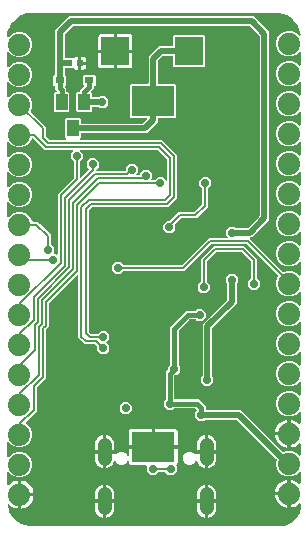
<source format=gbr>
G04 EAGLE Gerber RS-274X export*
G75*
%MOMM*%
%FSLAX34Y34*%
%LPD*%
%INBottom Copper*%
%IPPOS*%
%AMOC8*
5,1,8,0,0,1.08239X$1,22.5*%
G01*
%ADD10C,1.879600*%
%ADD11R,2.368000X2.403600*%
%ADD12R,1.000000X1.400000*%
%ADD13R,3.600000X2.600000*%
%ADD14R,0.800000X0.600000*%
%ADD15R,0.540000X0.600000*%
%ADD16C,1.158000*%
%ADD17C,0.706400*%
%ADD18C,0.200000*%
%ADD19C,0.406400*%
%ADD20C,0.508000*%

G36*
X236465Y6749D02*
X236465Y6749D01*
X238875Y6999D01*
X238898Y7005D01*
X238922Y7005D01*
X239065Y7044D01*
X244205Y9008D01*
X244254Y9037D01*
X244308Y9056D01*
X244402Y9123D01*
X244416Y9131D01*
X244420Y9136D01*
X244429Y9142D01*
X248587Y12745D01*
X248624Y12789D01*
X248667Y12826D01*
X248732Y12920D01*
X248743Y12933D01*
X248745Y12939D01*
X248751Y12947D01*
X251427Y17756D01*
X251435Y17778D01*
X251449Y17798D01*
X251499Y17938D01*
X252170Y20611D01*
X252172Y20634D01*
X252185Y20689D01*
X252246Y21124D01*
X252245Y21149D01*
X252253Y21228D01*
X252253Y25321D01*
X252241Y25393D01*
X252239Y25466D01*
X252222Y25513D01*
X252214Y25561D01*
X252179Y25626D01*
X252153Y25695D01*
X252122Y25733D01*
X252099Y25776D01*
X252045Y25827D01*
X251998Y25884D01*
X251956Y25910D01*
X251921Y25943D01*
X251854Y25974D01*
X251791Y26013D01*
X251743Y26024D01*
X251698Y26044D01*
X251625Y26051D01*
X251554Y26068D01*
X251505Y26063D01*
X251455Y26068D01*
X251384Y26052D01*
X251311Y26044D01*
X251266Y26024D01*
X251218Y26013D01*
X251155Y25974D01*
X251088Y25944D01*
X251032Y25897D01*
X251010Y25884D01*
X251000Y25871D01*
X250974Y25850D01*
X250348Y25224D01*
X248827Y24119D01*
X247153Y23266D01*
X245366Y22685D01*
X244069Y22480D01*
X244069Y33580D01*
X244065Y33604D01*
X244068Y33628D01*
X244045Y33724D01*
X244029Y33821D01*
X244018Y33842D01*
X244012Y33866D01*
X243961Y33949D01*
X243914Y34036D01*
X243897Y34053D01*
X243884Y34073D01*
X243808Y34136D01*
X243736Y34203D01*
X243714Y34213D01*
X243695Y34228D01*
X243604Y34263D01*
X243514Y34303D01*
X243490Y34306D01*
X243467Y34315D01*
X243320Y34329D01*
X242569Y34329D01*
X242569Y34331D01*
X243320Y34331D01*
X243344Y34335D01*
X243368Y34332D01*
X243464Y34355D01*
X243561Y34371D01*
X243582Y34382D01*
X243606Y34388D01*
X243690Y34439D01*
X243776Y34486D01*
X243793Y34503D01*
X243813Y34516D01*
X243876Y34592D01*
X243943Y34664D01*
X243953Y34686D01*
X243968Y34705D01*
X244003Y34797D01*
X244044Y34886D01*
X244046Y34910D01*
X244055Y34933D01*
X244069Y35080D01*
X244069Y46180D01*
X245366Y45975D01*
X247153Y45394D01*
X248827Y44541D01*
X250348Y43436D01*
X250974Y42810D01*
X251034Y42767D01*
X251088Y42717D01*
X251132Y42696D01*
X251173Y42668D01*
X251243Y42646D01*
X251310Y42616D01*
X251359Y42611D01*
X251406Y42597D01*
X251479Y42599D01*
X251553Y42592D01*
X251601Y42603D01*
X251650Y42605D01*
X251719Y42630D01*
X251790Y42647D01*
X251832Y42673D01*
X251878Y42690D01*
X251935Y42737D01*
X251998Y42776D01*
X252029Y42814D01*
X252067Y42845D01*
X252106Y42907D01*
X252153Y42964D01*
X252170Y43010D01*
X252196Y43052D01*
X252213Y43124D01*
X252239Y43193D01*
X252246Y43266D01*
X252252Y43290D01*
X252250Y43306D01*
X252253Y43339D01*
X252253Y52157D01*
X252241Y52230D01*
X252239Y52303D01*
X252222Y52349D01*
X252214Y52398D01*
X252179Y52463D01*
X252153Y52532D01*
X252122Y52570D01*
X252099Y52613D01*
X252045Y52664D01*
X251998Y52720D01*
X251956Y52746D01*
X251921Y52780D01*
X251854Y52811D01*
X251791Y52849D01*
X251743Y52861D01*
X251698Y52881D01*
X251625Y52888D01*
X251554Y52905D01*
X251505Y52900D01*
X251455Y52905D01*
X251384Y52888D01*
X251311Y52881D01*
X251266Y52861D01*
X251218Y52850D01*
X251155Y52811D01*
X251088Y52781D01*
X251032Y52734D01*
X251010Y52721D01*
X251000Y52708D01*
X250974Y52687D01*
X248757Y50470D01*
X244743Y48807D01*
X240397Y48807D01*
X236383Y50470D01*
X233310Y53543D01*
X231647Y57557D01*
X231647Y61903D01*
X231951Y62636D01*
X231976Y62741D01*
X232007Y62873D01*
X232007Y62874D01*
X231995Y62988D01*
X231983Y63116D01*
X231983Y63117D01*
X231937Y63217D01*
X231935Y63225D01*
X231929Y63236D01*
X231882Y63339D01*
X231882Y63340D01*
X231811Y63426D01*
X231807Y63433D01*
X231803Y63436D01*
X231789Y63453D01*
X198561Y96681D01*
X198481Y96738D01*
X198406Y96800D01*
X198383Y96808D01*
X198362Y96823D01*
X198269Y96851D01*
X198178Y96886D01*
X198145Y96889D01*
X198129Y96894D01*
X198104Y96893D01*
X198031Y96900D01*
X171672Y96900D01*
X171576Y96884D01*
X171479Y96875D01*
X171456Y96865D01*
X171431Y96861D01*
X171345Y96815D01*
X171256Y96774D01*
X171231Y96753D01*
X171216Y96746D01*
X171199Y96727D01*
X171142Y96681D01*
X170370Y95908D01*
X166180Y95908D01*
X163218Y98870D01*
X163218Y103060D01*
X164499Y104340D01*
X164556Y104420D01*
X164618Y104495D01*
X164626Y104518D01*
X164641Y104538D01*
X164669Y104632D01*
X164704Y104723D01*
X164707Y104756D01*
X164712Y104772D01*
X164711Y104797D01*
X164715Y104842D01*
X164717Y104847D01*
X164716Y104850D01*
X164718Y104870D01*
X164718Y104896D01*
X164714Y104923D01*
X164716Y104946D01*
X164705Y104995D01*
X164704Y105016D01*
X164699Y105030D01*
X164693Y105090D01*
X164683Y105112D01*
X164679Y105137D01*
X164666Y105160D01*
X164661Y105183D01*
X164623Y105244D01*
X164592Y105312D01*
X164571Y105338D01*
X164564Y105352D01*
X164545Y105369D01*
X164545Y105370D01*
X164532Y105391D01*
X164520Y105401D01*
X164499Y105426D01*
X163211Y106714D01*
X163132Y106771D01*
X163057Y106833D01*
X163033Y106841D01*
X163013Y106856D01*
X162920Y106884D01*
X162828Y106919D01*
X162795Y106922D01*
X162779Y106927D01*
X162755Y106926D01*
X162681Y106933D01*
X145510Y106933D01*
X145414Y106917D01*
X145317Y106908D01*
X145294Y106898D01*
X145269Y106894D01*
X145183Y106848D01*
X145094Y106807D01*
X145069Y106786D01*
X145054Y106779D01*
X145037Y106760D01*
X144980Y106714D01*
X143700Y105433D01*
X139510Y105433D01*
X136548Y108395D01*
X136548Y112585D01*
X137829Y113865D01*
X137886Y113945D01*
X137948Y114020D01*
X137956Y114043D01*
X137971Y114063D01*
X137999Y114157D01*
X138034Y114248D01*
X138037Y114281D01*
X138042Y114297D01*
X138041Y114322D01*
X138048Y114395D01*
X138048Y137363D01*
X140139Y139454D01*
X140196Y139533D01*
X140258Y139608D01*
X140266Y139632D01*
X140281Y139652D01*
X140309Y139745D01*
X140344Y139837D01*
X140347Y139870D01*
X140352Y139886D01*
X140351Y139911D01*
X140358Y139984D01*
X140358Y141795D01*
X141639Y143075D01*
X141696Y143155D01*
X141758Y143230D01*
X141766Y143253D01*
X141781Y143273D01*
X141809Y143367D01*
X141844Y143458D01*
X141847Y143491D01*
X141852Y143507D01*
X141851Y143532D01*
X141858Y143605D01*
X141858Y175463D01*
X155372Y188977D01*
X163100Y188977D01*
X163196Y188993D01*
X163293Y189002D01*
X163316Y189012D01*
X163341Y189016D01*
X163427Y189062D01*
X163516Y189103D01*
X163541Y189124D01*
X163556Y189131D01*
X163573Y189150D01*
X163630Y189196D01*
X164910Y190477D01*
X169100Y190477D01*
X172062Y187515D01*
X172062Y183325D01*
X169100Y180363D01*
X164910Y180363D01*
X163630Y181644D01*
X163550Y181701D01*
X163475Y181763D01*
X163452Y181771D01*
X163432Y181786D01*
X163338Y181814D01*
X163247Y181849D01*
X163214Y181852D01*
X163198Y181857D01*
X163173Y181856D01*
X163100Y181863D01*
X158629Y181863D01*
X158532Y181847D01*
X158435Y181838D01*
X158413Y181828D01*
X158388Y181824D01*
X158302Y181778D01*
X158213Y181737D01*
X158187Y181716D01*
X158173Y181709D01*
X158156Y181690D01*
X158099Y181644D01*
X149191Y172736D01*
X149134Y172657D01*
X149072Y172582D01*
X149064Y172558D01*
X149049Y172538D01*
X149021Y172445D01*
X148986Y172353D01*
X148983Y172320D01*
X148978Y172304D01*
X148979Y172279D01*
X148972Y172206D01*
X148972Y143605D01*
X148988Y143509D01*
X148997Y143412D01*
X149007Y143389D01*
X149011Y143364D01*
X149057Y143278D01*
X149098Y143189D01*
X149119Y143164D01*
X149126Y143149D01*
X149145Y143132D01*
X149191Y143075D01*
X150472Y141795D01*
X150472Y137605D01*
X147510Y134643D01*
X145911Y134643D01*
X145887Y134639D01*
X145862Y134642D01*
X145767Y134620D01*
X145670Y134604D01*
X145649Y134592D01*
X145625Y134586D01*
X145541Y134535D01*
X145455Y134489D01*
X145438Y134471D01*
X145417Y134458D01*
X145355Y134382D01*
X145288Y134311D01*
X145278Y134288D01*
X145262Y134269D01*
X145228Y134178D01*
X145187Y134088D01*
X145185Y134064D01*
X145176Y134041D01*
X145162Y133894D01*
X145162Y114796D01*
X145166Y114772D01*
X145163Y114747D01*
X145186Y114652D01*
X145201Y114555D01*
X145213Y114534D01*
X145219Y114510D01*
X145270Y114426D01*
X145316Y114340D01*
X145334Y114323D01*
X145347Y114302D01*
X145423Y114240D01*
X145494Y114173D01*
X145517Y114163D01*
X145536Y114147D01*
X145627Y114113D01*
X145717Y114072D01*
X145741Y114070D01*
X145764Y114061D01*
X145911Y114047D01*
X165938Y114047D01*
X168241Y111744D01*
X171832Y108153D01*
X171832Y105779D01*
X171836Y105755D01*
X171833Y105730D01*
X171855Y105635D01*
X171871Y105538D01*
X171883Y105517D01*
X171889Y105493D01*
X171940Y105409D01*
X171986Y105323D01*
X172004Y105306D01*
X172017Y105285D01*
X172093Y105223D01*
X172164Y105156D01*
X172187Y105146D01*
X172206Y105130D01*
X172297Y105096D01*
X172387Y105055D01*
X172411Y105053D01*
X172434Y105044D01*
X172581Y105030D01*
X201709Y105030D01*
X236994Y69744D01*
X237105Y69665D01*
X237192Y69602D01*
X237193Y69602D01*
X237303Y69568D01*
X237426Y69531D01*
X237552Y69535D01*
X237670Y69539D01*
X237671Y69539D01*
X237811Y69581D01*
X240397Y70653D01*
X244743Y70653D01*
X248757Y68990D01*
X250974Y66773D01*
X251034Y66730D01*
X251088Y66680D01*
X251132Y66659D01*
X251173Y66631D01*
X251243Y66609D01*
X251310Y66579D01*
X251359Y66574D01*
X251406Y66560D01*
X251479Y66562D01*
X251553Y66555D01*
X251601Y66566D01*
X251650Y66568D01*
X251719Y66594D01*
X251790Y66610D01*
X251832Y66636D01*
X251878Y66654D01*
X251935Y66700D01*
X251998Y66739D01*
X252029Y66777D01*
X252067Y66808D01*
X252106Y66871D01*
X252153Y66927D01*
X252170Y66973D01*
X252196Y67015D01*
X252213Y67087D01*
X252239Y67156D01*
X252246Y67229D01*
X252252Y67253D01*
X252250Y67270D01*
X252253Y67303D01*
X252253Y76121D01*
X252241Y76193D01*
X252239Y76266D01*
X252222Y76313D01*
X252214Y76361D01*
X252179Y76426D01*
X252153Y76495D01*
X252122Y76533D01*
X252099Y76576D01*
X252045Y76627D01*
X251998Y76684D01*
X251956Y76710D01*
X251921Y76743D01*
X251854Y76774D01*
X251791Y76813D01*
X251743Y76824D01*
X251698Y76844D01*
X251625Y76851D01*
X251554Y76868D01*
X251505Y76863D01*
X251455Y76868D01*
X251384Y76852D01*
X251311Y76844D01*
X251266Y76824D01*
X251218Y76813D01*
X251155Y76774D01*
X251088Y76744D01*
X251032Y76697D01*
X251010Y76684D01*
X251000Y76671D01*
X250974Y76650D01*
X250348Y76024D01*
X248827Y74919D01*
X247153Y74066D01*
X245366Y73485D01*
X244069Y73280D01*
X244069Y84380D01*
X244065Y84404D01*
X244068Y84428D01*
X244045Y84524D01*
X244029Y84621D01*
X244018Y84642D01*
X244012Y84666D01*
X243961Y84749D01*
X243914Y84836D01*
X243897Y84853D01*
X243884Y84873D01*
X243808Y84936D01*
X243736Y85003D01*
X243714Y85013D01*
X243695Y85028D01*
X243604Y85063D01*
X243514Y85103D01*
X243490Y85106D01*
X243467Y85115D01*
X243320Y85129D01*
X242569Y85129D01*
X242569Y85131D01*
X243320Y85131D01*
X243344Y85135D01*
X243368Y85132D01*
X243464Y85155D01*
X243561Y85171D01*
X243582Y85182D01*
X243606Y85188D01*
X243690Y85239D01*
X243776Y85286D01*
X243793Y85303D01*
X243813Y85316D01*
X243876Y85392D01*
X243943Y85464D01*
X243953Y85486D01*
X243968Y85505D01*
X244003Y85597D01*
X244044Y85686D01*
X244046Y85710D01*
X244055Y85733D01*
X244069Y85880D01*
X244069Y96980D01*
X245366Y96775D01*
X247153Y96194D01*
X248827Y95341D01*
X250348Y94236D01*
X250974Y93610D01*
X251034Y93567D01*
X251088Y93517D01*
X251132Y93496D01*
X251173Y93468D01*
X251243Y93446D01*
X251310Y93416D01*
X251359Y93411D01*
X251406Y93397D01*
X251479Y93399D01*
X251553Y93392D01*
X251601Y93403D01*
X251650Y93405D01*
X251719Y93430D01*
X251790Y93447D01*
X251832Y93473D01*
X251878Y93490D01*
X251935Y93537D01*
X251998Y93576D01*
X252029Y93614D01*
X252067Y93645D01*
X252106Y93707D01*
X252153Y93764D01*
X252170Y93810D01*
X252196Y93852D01*
X252213Y93924D01*
X252239Y93993D01*
X252246Y94066D01*
X252252Y94090D01*
X252250Y94106D01*
X252253Y94139D01*
X252253Y102957D01*
X252241Y103030D01*
X252239Y103103D01*
X252222Y103149D01*
X252214Y103198D01*
X252179Y103263D01*
X252153Y103332D01*
X252122Y103370D01*
X252099Y103413D01*
X252045Y103464D01*
X251998Y103520D01*
X251956Y103546D01*
X251921Y103580D01*
X251854Y103611D01*
X251791Y103649D01*
X251743Y103661D01*
X251698Y103681D01*
X251625Y103688D01*
X251554Y103705D01*
X251505Y103700D01*
X251455Y103705D01*
X251384Y103688D01*
X251311Y103681D01*
X251266Y103661D01*
X251218Y103650D01*
X251155Y103611D01*
X251088Y103581D01*
X251032Y103534D01*
X251010Y103521D01*
X251000Y103508D01*
X250974Y103487D01*
X248757Y101270D01*
X244743Y99607D01*
X240397Y99607D01*
X236383Y101270D01*
X233310Y104343D01*
X231647Y108357D01*
X231647Y112703D01*
X233310Y116717D01*
X236383Y119790D01*
X240397Y121453D01*
X244743Y121453D01*
X248757Y119790D01*
X250974Y117573D01*
X251034Y117530D01*
X251088Y117480D01*
X251132Y117459D01*
X251173Y117431D01*
X251243Y117409D01*
X251310Y117379D01*
X251359Y117374D01*
X251406Y117360D01*
X251479Y117362D01*
X251553Y117355D01*
X251601Y117366D01*
X251650Y117368D01*
X251719Y117394D01*
X251790Y117410D01*
X251832Y117436D01*
X251878Y117454D01*
X251935Y117500D01*
X251998Y117539D01*
X252029Y117577D01*
X252067Y117608D01*
X252106Y117671D01*
X252153Y117727D01*
X252170Y117773D01*
X252196Y117815D01*
X252213Y117887D01*
X252239Y117956D01*
X252246Y118029D01*
X252252Y118053D01*
X252250Y118070D01*
X252253Y118103D01*
X252253Y128357D01*
X252241Y128430D01*
X252239Y128503D01*
X252222Y128549D01*
X252214Y128598D01*
X252179Y128663D01*
X252153Y128732D01*
X252122Y128770D01*
X252099Y128813D01*
X252045Y128864D01*
X251998Y128920D01*
X251956Y128946D01*
X251921Y128980D01*
X251854Y129011D01*
X251791Y129049D01*
X251743Y129061D01*
X251698Y129081D01*
X251625Y129088D01*
X251554Y129105D01*
X251505Y129100D01*
X251455Y129105D01*
X251384Y129088D01*
X251311Y129081D01*
X251266Y129061D01*
X251218Y129050D01*
X251155Y129011D01*
X251088Y128981D01*
X251032Y128934D01*
X251010Y128921D01*
X251000Y128908D01*
X250974Y128887D01*
X248757Y126670D01*
X244743Y125007D01*
X240397Y125007D01*
X236383Y126670D01*
X233310Y129743D01*
X231647Y133757D01*
X231647Y138103D01*
X233310Y142117D01*
X236383Y145190D01*
X240397Y146853D01*
X244743Y146853D01*
X248757Y145190D01*
X250974Y142973D01*
X251034Y142930D01*
X251088Y142880D01*
X251132Y142859D01*
X251173Y142831D01*
X251243Y142809D01*
X251310Y142779D01*
X251359Y142774D01*
X251406Y142760D01*
X251479Y142762D01*
X251553Y142755D01*
X251601Y142766D01*
X251650Y142768D01*
X251719Y142794D01*
X251790Y142810D01*
X251832Y142836D01*
X251878Y142854D01*
X251935Y142900D01*
X251998Y142939D01*
X252029Y142977D01*
X252067Y143008D01*
X252106Y143071D01*
X252153Y143127D01*
X252170Y143173D01*
X252196Y143215D01*
X252213Y143287D01*
X252239Y143356D01*
X252246Y143429D01*
X252252Y143453D01*
X252250Y143470D01*
X252253Y143503D01*
X252253Y153757D01*
X252241Y153830D01*
X252239Y153903D01*
X252222Y153949D01*
X252214Y153998D01*
X252179Y154063D01*
X252153Y154132D01*
X252122Y154170D01*
X252099Y154213D01*
X252045Y154264D01*
X251998Y154320D01*
X251956Y154346D01*
X251921Y154380D01*
X251854Y154411D01*
X251791Y154449D01*
X251743Y154461D01*
X251698Y154481D01*
X251625Y154488D01*
X251554Y154505D01*
X251505Y154500D01*
X251455Y154505D01*
X251384Y154488D01*
X251311Y154481D01*
X251266Y154461D01*
X251218Y154450D01*
X251155Y154411D01*
X251088Y154381D01*
X251032Y154334D01*
X251010Y154321D01*
X251000Y154308D01*
X250974Y154287D01*
X248757Y152070D01*
X244743Y150407D01*
X240397Y150407D01*
X236383Y152070D01*
X233310Y155143D01*
X231647Y159157D01*
X231647Y163503D01*
X233310Y167517D01*
X236383Y170590D01*
X240397Y172253D01*
X244743Y172253D01*
X248757Y170590D01*
X250974Y168373D01*
X251034Y168330D01*
X251088Y168280D01*
X251132Y168259D01*
X251173Y168231D01*
X251243Y168209D01*
X251310Y168179D01*
X251359Y168174D01*
X251406Y168160D01*
X251479Y168162D01*
X251553Y168155D01*
X251601Y168166D01*
X251650Y168168D01*
X251719Y168194D01*
X251790Y168210D01*
X251832Y168236D01*
X251878Y168254D01*
X251935Y168300D01*
X251998Y168339D01*
X252029Y168377D01*
X252067Y168408D01*
X252106Y168471D01*
X252153Y168527D01*
X252170Y168573D01*
X252196Y168615D01*
X252213Y168687D01*
X252239Y168756D01*
X252246Y168829D01*
X252252Y168853D01*
X252250Y168870D01*
X252253Y168903D01*
X252253Y179157D01*
X252241Y179230D01*
X252239Y179303D01*
X252222Y179349D01*
X252214Y179398D01*
X252179Y179463D01*
X252153Y179532D01*
X252122Y179570D01*
X252099Y179613D01*
X252045Y179664D01*
X251998Y179720D01*
X251956Y179746D01*
X251921Y179780D01*
X251854Y179811D01*
X251791Y179849D01*
X251743Y179861D01*
X251698Y179881D01*
X251625Y179888D01*
X251554Y179905D01*
X251505Y179900D01*
X251455Y179905D01*
X251384Y179888D01*
X251311Y179881D01*
X251266Y179861D01*
X251218Y179850D01*
X251155Y179811D01*
X251088Y179781D01*
X251032Y179734D01*
X251010Y179721D01*
X251000Y179708D01*
X250974Y179687D01*
X248757Y177470D01*
X244743Y175807D01*
X240397Y175807D01*
X236383Y177470D01*
X233310Y180543D01*
X231647Y184557D01*
X231647Y188903D01*
X233310Y192917D01*
X236383Y195990D01*
X240397Y197653D01*
X244743Y197653D01*
X248757Y195990D01*
X250974Y193773D01*
X251034Y193730D01*
X251088Y193680D01*
X251132Y193659D01*
X251173Y193631D01*
X251243Y193609D01*
X251310Y193579D01*
X251359Y193574D01*
X251406Y193560D01*
X251479Y193562D01*
X251553Y193555D01*
X251601Y193566D01*
X251650Y193568D01*
X251719Y193594D01*
X251790Y193610D01*
X251832Y193636D01*
X251878Y193654D01*
X251935Y193700D01*
X251998Y193739D01*
X252029Y193777D01*
X252067Y193808D01*
X252106Y193871D01*
X252153Y193927D01*
X252170Y193973D01*
X252196Y194015D01*
X252213Y194087D01*
X252239Y194156D01*
X252246Y194229D01*
X252252Y194253D01*
X252250Y194270D01*
X252253Y194303D01*
X252253Y204557D01*
X252250Y204578D01*
X252252Y204596D01*
X252241Y204642D01*
X252239Y204703D01*
X252222Y204749D01*
X252214Y204798D01*
X252198Y204827D01*
X252196Y204834D01*
X252183Y204855D01*
X252179Y204863D01*
X252153Y204932D01*
X252122Y204970D01*
X252099Y205013D01*
X252045Y205064D01*
X251998Y205120D01*
X251956Y205146D01*
X251921Y205180D01*
X251854Y205211D01*
X251791Y205249D01*
X251743Y205261D01*
X251698Y205281D01*
X251625Y205288D01*
X251554Y205305D01*
X251505Y205300D01*
X251455Y205305D01*
X251384Y205288D01*
X251311Y205281D01*
X251266Y205261D01*
X251218Y205250D01*
X251155Y205211D01*
X251088Y205181D01*
X251046Y205146D01*
X251038Y205142D01*
X251030Y205133D01*
X251010Y205121D01*
X251000Y205108D01*
X250974Y205087D01*
X248757Y202870D01*
X244743Y201207D01*
X240397Y201207D01*
X236383Y202870D01*
X233310Y205943D01*
X231647Y209957D01*
X231647Y214303D01*
X233333Y218372D01*
X233360Y218488D01*
X233388Y218609D01*
X233388Y218610D01*
X233376Y218734D01*
X233365Y218852D01*
X233365Y218853D01*
X233316Y218960D01*
X233264Y219075D01*
X233263Y219076D01*
X233171Y219189D01*
X207105Y245255D01*
X207025Y245312D01*
X206950Y245374D01*
X206927Y245382D01*
X206906Y245397D01*
X206813Y245425D01*
X206722Y245460D01*
X206689Y245463D01*
X206673Y245468D01*
X206648Y245467D01*
X206575Y245474D01*
X177061Y245474D01*
X176965Y245458D01*
X176868Y245449D01*
X176845Y245439D01*
X176821Y245435D01*
X176735Y245389D01*
X176646Y245348D01*
X176620Y245327D01*
X176605Y245320D01*
X176588Y245301D01*
X176532Y245255D01*
X154177Y222900D01*
X102727Y222900D01*
X102631Y222884D01*
X102534Y222875D01*
X102511Y222865D01*
X102486Y222861D01*
X102400Y222815D01*
X102311Y222774D01*
X102286Y222753D01*
X102271Y222746D01*
X102254Y222727D01*
X102197Y222681D01*
X99885Y220368D01*
X95695Y220368D01*
X92733Y223330D01*
X92733Y227520D01*
X95695Y230482D01*
X99885Y230482D01*
X102197Y228169D01*
X102277Y228112D01*
X102352Y228050D01*
X102375Y228042D01*
X102395Y228027D01*
X102489Y227999D01*
X102580Y227964D01*
X102613Y227961D01*
X102629Y227956D01*
X102654Y227957D01*
X102727Y227950D01*
X151775Y227950D01*
X151871Y227966D01*
X151968Y227975D01*
X151991Y227985D01*
X152016Y227989D01*
X152102Y228035D01*
X152191Y228076D01*
X152216Y228097D01*
X152231Y228104D01*
X152248Y228123D01*
X152305Y228169D01*
X174659Y250524D01*
X190096Y250524D01*
X190169Y250536D01*
X190242Y250538D01*
X190288Y250555D01*
X190337Y250563D01*
X190402Y250598D01*
X190470Y250624D01*
X190509Y250655D01*
X190552Y250678D01*
X190602Y250732D01*
X190659Y250779D01*
X190685Y250821D01*
X190719Y250856D01*
X190749Y250923D01*
X190788Y250986D01*
X190799Y251034D01*
X190820Y251079D01*
X190827Y251152D01*
X190844Y251223D01*
X190839Y251272D01*
X190844Y251322D01*
X190827Y251393D01*
X190820Y251466D01*
X190800Y251511D01*
X190789Y251559D01*
X190750Y251622D01*
X190720Y251689D01*
X190673Y251745D01*
X190660Y251767D01*
X190647Y251777D01*
X190626Y251803D01*
X189253Y253175D01*
X189253Y257365D01*
X192215Y260327D01*
X196405Y260327D01*
X197177Y259554D01*
X197257Y259497D01*
X197332Y259435D01*
X197355Y259427D01*
X197375Y259412D01*
X197469Y259384D01*
X197560Y259349D01*
X197593Y259346D01*
X197609Y259341D01*
X197634Y259342D01*
X197707Y259335D01*
X207556Y259335D01*
X207652Y259351D01*
X207749Y259360D01*
X207772Y259370D01*
X207797Y259374D01*
X207883Y259420D01*
X207972Y259461D01*
X207997Y259482D01*
X208012Y259489D01*
X208029Y259508D01*
X208086Y259554D01*
X217331Y268799D01*
X217388Y268879D01*
X217450Y268954D01*
X217458Y268977D01*
X217473Y268998D01*
X217501Y269091D01*
X217536Y269182D01*
X217539Y269215D01*
X217544Y269231D01*
X217543Y269256D01*
X217550Y269329D01*
X217550Y421551D01*
X217534Y421647D01*
X217525Y421744D01*
X217515Y421767D01*
X217511Y421792D01*
X217465Y421878D01*
X217424Y421967D01*
X217403Y421992D01*
X217396Y422007D01*
X217377Y422024D01*
X217331Y422081D01*
X209356Y430056D01*
X209276Y430113D01*
X209201Y430175D01*
X209178Y430183D01*
X209157Y430198D01*
X209064Y430226D01*
X208973Y430261D01*
X208940Y430264D01*
X208924Y430269D01*
X208899Y430268D01*
X208826Y430275D01*
X59779Y430275D01*
X59683Y430259D01*
X59586Y430250D01*
X59563Y430240D01*
X59538Y430236D01*
X59452Y430190D01*
X59363Y430149D01*
X59338Y430128D01*
X59323Y430121D01*
X59306Y430102D01*
X59249Y430056D01*
X52744Y423551D01*
X52687Y423471D01*
X52625Y423396D01*
X52617Y423373D01*
X52602Y423352D01*
X52574Y423259D01*
X52539Y423168D01*
X52536Y423135D01*
X52531Y423119D01*
X52532Y423094D01*
X52525Y423021D01*
X52525Y404054D01*
X52529Y404030D01*
X52526Y404005D01*
X52548Y403910D01*
X52564Y403813D01*
X52576Y403792D01*
X52582Y403768D01*
X52633Y403684D01*
X52679Y403598D01*
X52697Y403581D01*
X52710Y403560D01*
X52786Y403498D01*
X52857Y403431D01*
X52880Y403421D01*
X52899Y403405D01*
X52990Y403371D01*
X53080Y403330D01*
X53104Y403328D01*
X53127Y403319D01*
X53274Y403305D01*
X60201Y403305D01*
X60298Y403321D01*
X60394Y403330D01*
X60417Y403340D01*
X60442Y403344D01*
X60528Y403390D01*
X60617Y403431D01*
X60642Y403452D01*
X60657Y403459D01*
X60674Y403478D01*
X60731Y403524D01*
X61020Y403813D01*
X61599Y404148D01*
X62246Y404321D01*
X63931Y404321D01*
X63931Y399380D01*
X63935Y399356D01*
X63932Y399332D01*
X63954Y399236D01*
X63970Y399139D01*
X63982Y399118D01*
X63988Y399094D01*
X64039Y399011D01*
X64085Y398924D01*
X64103Y398908D01*
X64116Y398887D01*
X64192Y398824D01*
X64238Y398782D01*
X64224Y398774D01*
X64207Y398756D01*
X64186Y398744D01*
X64124Y398668D01*
X64057Y398596D01*
X64047Y398574D01*
X64031Y398555D01*
X63997Y398463D01*
X63956Y398374D01*
X63954Y398350D01*
X63945Y398327D01*
X63931Y398180D01*
X63931Y393239D01*
X62246Y393239D01*
X61599Y393412D01*
X61020Y393747D01*
X60731Y394036D01*
X60652Y394093D01*
X60576Y394155D01*
X60553Y394163D01*
X60533Y394178D01*
X60439Y394206D01*
X60348Y394241D01*
X60315Y394244D01*
X60299Y394249D01*
X60274Y394248D01*
X60201Y394255D01*
X53274Y394255D01*
X53250Y394251D01*
X53225Y394254D01*
X53130Y394232D01*
X53033Y394216D01*
X53012Y394204D01*
X52988Y394198D01*
X52904Y394147D01*
X52818Y394101D01*
X52801Y394083D01*
X52780Y394070D01*
X52718Y393994D01*
X52651Y393923D01*
X52641Y393900D01*
X52625Y393881D01*
X52591Y393790D01*
X52550Y393700D01*
X52548Y393676D01*
X52539Y393653D01*
X52525Y393506D01*
X52525Y389449D01*
X52529Y389425D01*
X52526Y389400D01*
X52548Y389305D01*
X52564Y389208D01*
X52576Y389187D01*
X52582Y389163D01*
X52633Y389079D01*
X52679Y388993D01*
X52697Y388976D01*
X52710Y388955D01*
X52786Y388893D01*
X52857Y388826D01*
X52880Y388816D01*
X52899Y388800D01*
X52990Y388766D01*
X53054Y388737D01*
X53985Y387807D01*
X53985Y380543D01*
X53056Y379614D01*
X53033Y379611D01*
X52968Y379576D01*
X52899Y379550D01*
X52861Y379519D01*
X52818Y379496D01*
X52767Y379442D01*
X52711Y379395D01*
X52684Y379353D01*
X52651Y379318D01*
X52620Y379251D01*
X52582Y379188D01*
X52570Y379140D01*
X52550Y379095D01*
X52543Y379022D01*
X52526Y378951D01*
X52531Y378902D01*
X52526Y378852D01*
X52543Y378781D01*
X52550Y378708D01*
X52570Y378663D01*
X52581Y378615D01*
X52620Y378552D01*
X52650Y378485D01*
X52697Y378429D01*
X52710Y378407D01*
X52723Y378397D01*
X52744Y378371D01*
X53627Y377488D01*
X53627Y374859D01*
X53631Y374835D01*
X53628Y374810D01*
X53650Y374715D01*
X53666Y374618D01*
X53678Y374597D01*
X53684Y374573D01*
X53735Y374489D01*
X53781Y374403D01*
X53799Y374386D01*
X53812Y374365D01*
X53888Y374303D01*
X53959Y374236D01*
X53982Y374226D01*
X54001Y374210D01*
X54092Y374176D01*
X54182Y374135D01*
X54206Y374133D01*
X54229Y374124D01*
X54376Y374110D01*
X55702Y374110D01*
X56595Y373217D01*
X56595Y357953D01*
X55702Y357060D01*
X44438Y357060D01*
X43545Y357953D01*
X43545Y373217D01*
X44438Y374110D01*
X45136Y374110D01*
X45209Y374122D01*
X45282Y374124D01*
X45328Y374141D01*
X45377Y374149D01*
X45442Y374184D01*
X45511Y374210D01*
X45549Y374241D01*
X45592Y374264D01*
X45643Y374318D01*
X45699Y374365D01*
X45726Y374407D01*
X45759Y374442D01*
X45790Y374509D01*
X45828Y374572D01*
X45840Y374620D01*
X45860Y374665D01*
X45867Y374738D01*
X45884Y374809D01*
X45879Y374858D01*
X45884Y374908D01*
X45867Y374979D01*
X45860Y375052D01*
X45840Y375097D01*
X45829Y375145D01*
X45790Y375208D01*
X45760Y375275D01*
X45713Y375331D01*
X45700Y375353D01*
X45687Y375363D01*
X45666Y375389D01*
X44703Y376352D01*
X44703Y378901D01*
X44699Y378925D01*
X44702Y378950D01*
X44680Y379045D01*
X44664Y379142D01*
X44652Y379163D01*
X44646Y379187D01*
X44595Y379271D01*
X44549Y379357D01*
X44531Y379374D01*
X44518Y379395D01*
X44442Y379457D01*
X44371Y379524D01*
X44348Y379534D01*
X44329Y379550D01*
X44238Y379584D01*
X44148Y379625D01*
X44124Y379627D01*
X44101Y379636D01*
X43954Y379650D01*
X43828Y379650D01*
X42935Y380543D01*
X42935Y387807D01*
X43864Y388736D01*
X43887Y388739D01*
X43908Y388751D01*
X43932Y388757D01*
X44016Y388808D01*
X44102Y388854D01*
X44119Y388872D01*
X44140Y388885D01*
X44202Y388961D01*
X44269Y389032D01*
X44279Y389055D01*
X44295Y389074D01*
X44329Y389165D01*
X44370Y389255D01*
X44372Y389279D01*
X44381Y389302D01*
X44395Y389449D01*
X44395Y426699D01*
X56101Y438405D01*
X212504Y438405D01*
X225680Y425229D01*
X225680Y265651D01*
X211234Y251205D01*
X210104Y251205D01*
X210032Y251193D01*
X209958Y251191D01*
X209912Y251174D01*
X209863Y251166D01*
X209799Y251131D01*
X209730Y251105D01*
X209692Y251074D01*
X209648Y251051D01*
X209598Y250997D01*
X209541Y250950D01*
X209515Y250908D01*
X209481Y250873D01*
X209451Y250806D01*
X209412Y250743D01*
X209401Y250695D01*
X209380Y250650D01*
X209373Y250577D01*
X209356Y250506D01*
X209361Y250457D01*
X209356Y250407D01*
X209373Y250336D01*
X209380Y250263D01*
X209400Y250218D01*
X209412Y250170D01*
X209450Y250107D01*
X209481Y250040D01*
X209527Y249984D01*
X209540Y249962D01*
X209553Y249952D01*
X209574Y249926D01*
X237251Y222250D01*
X237361Y222171D01*
X237448Y222108D01*
X237449Y222108D01*
X237559Y222074D01*
X237682Y222037D01*
X237807Y222041D01*
X237926Y222045D01*
X237927Y222045D01*
X238067Y222088D01*
X240397Y223053D01*
X244743Y223053D01*
X248757Y221390D01*
X250974Y219173D01*
X251034Y219130D01*
X251088Y219080D01*
X251132Y219059D01*
X251173Y219031D01*
X251243Y219009D01*
X251310Y218979D01*
X251359Y218974D01*
X251406Y218960D01*
X251479Y218962D01*
X251553Y218955D01*
X251601Y218966D01*
X251650Y218968D01*
X251719Y218994D01*
X251790Y219010D01*
X251832Y219036D01*
X251878Y219054D01*
X251935Y219100D01*
X251998Y219139D01*
X252029Y219177D01*
X252067Y219208D01*
X252106Y219271D01*
X252153Y219327D01*
X252170Y219373D01*
X252196Y219415D01*
X252213Y219487D01*
X252239Y219556D01*
X252246Y219629D01*
X252252Y219653D01*
X252250Y219670D01*
X252253Y219703D01*
X252253Y229957D01*
X252241Y230030D01*
X252239Y230103D01*
X252222Y230149D01*
X252214Y230198D01*
X252179Y230263D01*
X252153Y230332D01*
X252122Y230370D01*
X252099Y230413D01*
X252045Y230464D01*
X251998Y230520D01*
X251956Y230546D01*
X251921Y230580D01*
X251854Y230611D01*
X251791Y230649D01*
X251743Y230661D01*
X251698Y230681D01*
X251625Y230688D01*
X251554Y230705D01*
X251505Y230700D01*
X251455Y230705D01*
X251384Y230688D01*
X251311Y230681D01*
X251266Y230661D01*
X251218Y230650D01*
X251155Y230611D01*
X251088Y230581D01*
X251032Y230534D01*
X251010Y230521D01*
X251000Y230508D01*
X250974Y230487D01*
X248757Y228270D01*
X244743Y226607D01*
X240397Y226607D01*
X236383Y228270D01*
X233310Y231343D01*
X231647Y235357D01*
X231647Y239703D01*
X233310Y243717D01*
X236383Y246790D01*
X240397Y248453D01*
X244743Y248453D01*
X248757Y246790D01*
X250974Y244573D01*
X251034Y244530D01*
X251088Y244480D01*
X251132Y244459D01*
X251173Y244431D01*
X251243Y244409D01*
X251310Y244379D01*
X251359Y244374D01*
X251406Y244360D01*
X251479Y244362D01*
X251553Y244355D01*
X251601Y244366D01*
X251650Y244368D01*
X251719Y244394D01*
X251790Y244410D01*
X251832Y244436D01*
X251878Y244454D01*
X251935Y244500D01*
X251998Y244539D01*
X252029Y244577D01*
X252067Y244608D01*
X252106Y244671D01*
X252153Y244727D01*
X252170Y244773D01*
X252196Y244815D01*
X252213Y244887D01*
X252239Y244956D01*
X252246Y245029D01*
X252252Y245053D01*
X252250Y245070D01*
X252253Y245103D01*
X252253Y255357D01*
X252241Y255430D01*
X252239Y255503D01*
X252222Y255549D01*
X252214Y255598D01*
X252179Y255663D01*
X252153Y255732D01*
X252122Y255770D01*
X252099Y255813D01*
X252045Y255864D01*
X251998Y255920D01*
X251956Y255946D01*
X251921Y255980D01*
X251854Y256011D01*
X251791Y256049D01*
X251743Y256061D01*
X251698Y256081D01*
X251625Y256088D01*
X251554Y256105D01*
X251505Y256100D01*
X251455Y256105D01*
X251384Y256088D01*
X251311Y256081D01*
X251266Y256061D01*
X251218Y256050D01*
X251155Y256011D01*
X251088Y255981D01*
X251032Y255934D01*
X251010Y255921D01*
X251000Y255908D01*
X250974Y255887D01*
X248757Y253670D01*
X244743Y252007D01*
X240397Y252007D01*
X236383Y253670D01*
X233310Y256743D01*
X231647Y260757D01*
X231647Y265103D01*
X233310Y269117D01*
X236383Y272190D01*
X240397Y273853D01*
X244743Y273853D01*
X248757Y272190D01*
X250974Y269973D01*
X251034Y269930D01*
X251088Y269880D01*
X251132Y269859D01*
X251173Y269831D01*
X251243Y269809D01*
X251310Y269779D01*
X251359Y269774D01*
X251406Y269760D01*
X251479Y269762D01*
X251553Y269755D01*
X251601Y269766D01*
X251650Y269768D01*
X251719Y269794D01*
X251790Y269810D01*
X251832Y269836D01*
X251878Y269854D01*
X251935Y269900D01*
X251998Y269939D01*
X252029Y269977D01*
X252067Y270008D01*
X252106Y270071D01*
X252153Y270127D01*
X252170Y270173D01*
X252196Y270215D01*
X252213Y270287D01*
X252239Y270356D01*
X252246Y270429D01*
X252252Y270453D01*
X252250Y270470D01*
X252253Y270503D01*
X252253Y280757D01*
X252241Y280830D01*
X252239Y280903D01*
X252222Y280949D01*
X252214Y280998D01*
X252179Y281063D01*
X252153Y281132D01*
X252122Y281170D01*
X252099Y281213D01*
X252045Y281264D01*
X251998Y281320D01*
X251956Y281346D01*
X251921Y281380D01*
X251854Y281411D01*
X251791Y281449D01*
X251743Y281461D01*
X251698Y281481D01*
X251625Y281488D01*
X251554Y281505D01*
X251505Y281500D01*
X251455Y281505D01*
X251384Y281488D01*
X251311Y281481D01*
X251266Y281461D01*
X251218Y281450D01*
X251155Y281411D01*
X251088Y281381D01*
X251032Y281334D01*
X251010Y281321D01*
X251000Y281308D01*
X250974Y281287D01*
X248757Y279070D01*
X244743Y277407D01*
X240397Y277407D01*
X236383Y279070D01*
X233310Y282143D01*
X231647Y286157D01*
X231647Y290503D01*
X233310Y294517D01*
X236383Y297590D01*
X240397Y299253D01*
X244743Y299253D01*
X248757Y297590D01*
X250974Y295373D01*
X251034Y295330D01*
X251088Y295280D01*
X251132Y295259D01*
X251173Y295231D01*
X251243Y295209D01*
X251310Y295179D01*
X251359Y295174D01*
X251406Y295160D01*
X251479Y295162D01*
X251553Y295155D01*
X251601Y295166D01*
X251650Y295168D01*
X251719Y295194D01*
X251790Y295210D01*
X251832Y295236D01*
X251878Y295254D01*
X251935Y295300D01*
X251998Y295339D01*
X252029Y295377D01*
X252067Y295408D01*
X252106Y295471D01*
X252153Y295527D01*
X252170Y295573D01*
X252196Y295615D01*
X252213Y295687D01*
X252239Y295756D01*
X252246Y295829D01*
X252252Y295853D01*
X252250Y295870D01*
X252253Y295903D01*
X252253Y306157D01*
X252241Y306230D01*
X252239Y306303D01*
X252222Y306349D01*
X252214Y306398D01*
X252179Y306463D01*
X252153Y306532D01*
X252122Y306570D01*
X252099Y306613D01*
X252045Y306664D01*
X251998Y306720D01*
X251956Y306746D01*
X251921Y306780D01*
X251854Y306811D01*
X251791Y306849D01*
X251743Y306861D01*
X251698Y306881D01*
X251625Y306888D01*
X251554Y306905D01*
X251505Y306900D01*
X251455Y306905D01*
X251384Y306888D01*
X251311Y306881D01*
X251266Y306861D01*
X251218Y306850D01*
X251155Y306811D01*
X251088Y306781D01*
X251032Y306734D01*
X251010Y306721D01*
X251000Y306708D01*
X250974Y306687D01*
X248757Y304470D01*
X244743Y302807D01*
X240397Y302807D01*
X236383Y304470D01*
X233310Y307543D01*
X231647Y311557D01*
X231647Y315903D01*
X233310Y319917D01*
X236383Y322990D01*
X240397Y324653D01*
X244743Y324653D01*
X248757Y322990D01*
X250974Y320773D01*
X251034Y320730D01*
X251088Y320680D01*
X251132Y320659D01*
X251173Y320631D01*
X251243Y320609D01*
X251310Y320579D01*
X251359Y320574D01*
X251406Y320560D01*
X251479Y320562D01*
X251553Y320555D01*
X251601Y320566D01*
X251650Y320568D01*
X251719Y320594D01*
X251790Y320610D01*
X251832Y320636D01*
X251878Y320654D01*
X251935Y320700D01*
X251998Y320739D01*
X252029Y320777D01*
X252067Y320808D01*
X252106Y320871D01*
X252153Y320927D01*
X252170Y320973D01*
X252196Y321015D01*
X252213Y321087D01*
X252239Y321156D01*
X252246Y321229D01*
X252252Y321253D01*
X252250Y321270D01*
X252253Y321303D01*
X252253Y331557D01*
X252241Y331630D01*
X252239Y331703D01*
X252222Y331749D01*
X252214Y331798D01*
X252179Y331863D01*
X252153Y331932D01*
X252122Y331970D01*
X252099Y332013D01*
X252045Y332064D01*
X251998Y332120D01*
X251956Y332146D01*
X251921Y332180D01*
X251854Y332211D01*
X251791Y332249D01*
X251743Y332261D01*
X251698Y332281D01*
X251625Y332288D01*
X251554Y332305D01*
X251505Y332300D01*
X251455Y332305D01*
X251384Y332288D01*
X251311Y332281D01*
X251266Y332261D01*
X251218Y332250D01*
X251155Y332211D01*
X251088Y332181D01*
X251032Y332134D01*
X251010Y332121D01*
X251000Y332108D01*
X250974Y332087D01*
X248757Y329870D01*
X244743Y328207D01*
X240397Y328207D01*
X236383Y329870D01*
X233310Y332943D01*
X231647Y336957D01*
X231647Y341303D01*
X233310Y345317D01*
X236383Y348390D01*
X240397Y350053D01*
X244743Y350053D01*
X248757Y348390D01*
X250974Y346173D01*
X251034Y346130D01*
X251088Y346080D01*
X251132Y346059D01*
X251173Y346031D01*
X251243Y346009D01*
X251310Y345979D01*
X251359Y345974D01*
X251406Y345960D01*
X251479Y345962D01*
X251553Y345955D01*
X251601Y345966D01*
X251650Y345968D01*
X251719Y345994D01*
X251790Y346010D01*
X251832Y346036D01*
X251878Y346054D01*
X251935Y346100D01*
X251998Y346139D01*
X252029Y346177D01*
X252067Y346208D01*
X252106Y346271D01*
X252153Y346327D01*
X252170Y346373D01*
X252196Y346415D01*
X252213Y346487D01*
X252239Y346556D01*
X252246Y346629D01*
X252252Y346653D01*
X252250Y346670D01*
X252253Y346703D01*
X252253Y356957D01*
X252241Y357030D01*
X252239Y357103D01*
X252222Y357149D01*
X252214Y357198D01*
X252179Y357263D01*
X252153Y357332D01*
X252122Y357370D01*
X252099Y357413D01*
X252045Y357464D01*
X251998Y357520D01*
X251956Y357546D01*
X251921Y357580D01*
X251854Y357611D01*
X251791Y357649D01*
X251743Y357661D01*
X251698Y357681D01*
X251625Y357688D01*
X251554Y357705D01*
X251505Y357700D01*
X251455Y357705D01*
X251384Y357688D01*
X251311Y357681D01*
X251266Y357661D01*
X251218Y357650D01*
X251155Y357611D01*
X251088Y357581D01*
X251032Y357534D01*
X251010Y357521D01*
X251000Y357508D01*
X250974Y357487D01*
X248757Y355270D01*
X244743Y353607D01*
X240397Y353607D01*
X236383Y355270D01*
X233310Y358343D01*
X231647Y362357D01*
X231647Y366703D01*
X233310Y370717D01*
X236383Y373790D01*
X240397Y375453D01*
X244743Y375453D01*
X248757Y373790D01*
X250974Y371573D01*
X251034Y371530D01*
X251088Y371480D01*
X251132Y371459D01*
X251173Y371431D01*
X251243Y371409D01*
X251310Y371379D01*
X251359Y371374D01*
X251406Y371360D01*
X251479Y371362D01*
X251553Y371355D01*
X251601Y371366D01*
X251650Y371368D01*
X251719Y371394D01*
X251790Y371410D01*
X251832Y371436D01*
X251878Y371454D01*
X251935Y371500D01*
X251998Y371539D01*
X252029Y371577D01*
X252067Y371608D01*
X252106Y371671D01*
X252153Y371727D01*
X252170Y371773D01*
X252196Y371815D01*
X252213Y371887D01*
X252239Y371956D01*
X252246Y372029D01*
X252252Y372053D01*
X252250Y372070D01*
X252253Y372103D01*
X252253Y382357D01*
X252241Y382430D01*
X252239Y382503D01*
X252222Y382549D01*
X252214Y382598D01*
X252179Y382663D01*
X252153Y382732D01*
X252122Y382770D01*
X252099Y382813D01*
X252045Y382864D01*
X251998Y382920D01*
X251956Y382946D01*
X251921Y382980D01*
X251854Y383011D01*
X251791Y383049D01*
X251743Y383061D01*
X251698Y383081D01*
X251625Y383088D01*
X251554Y383105D01*
X251505Y383100D01*
X251455Y383105D01*
X251384Y383088D01*
X251311Y383081D01*
X251266Y383061D01*
X251218Y383050D01*
X251155Y383011D01*
X251088Y382981D01*
X251032Y382934D01*
X251010Y382921D01*
X251000Y382908D01*
X250974Y382887D01*
X248757Y380670D01*
X244743Y379007D01*
X240397Y379007D01*
X236383Y380670D01*
X233310Y383743D01*
X231647Y387757D01*
X231647Y392103D01*
X233310Y396117D01*
X236383Y399190D01*
X240397Y400853D01*
X244743Y400853D01*
X248757Y399190D01*
X250974Y396973D01*
X251034Y396930D01*
X251088Y396880D01*
X251132Y396859D01*
X251173Y396831D01*
X251243Y396809D01*
X251310Y396779D01*
X251359Y396774D01*
X251406Y396760D01*
X251479Y396762D01*
X251553Y396755D01*
X251601Y396766D01*
X251650Y396768D01*
X251719Y396794D01*
X251790Y396810D01*
X251832Y396836D01*
X251878Y396854D01*
X251935Y396900D01*
X251998Y396939D01*
X252029Y396977D01*
X252067Y397008D01*
X252106Y397071D01*
X252153Y397127D01*
X252170Y397173D01*
X252196Y397215D01*
X252213Y397287D01*
X252239Y397356D01*
X252246Y397429D01*
X252252Y397453D01*
X252250Y397470D01*
X252253Y397503D01*
X252253Y407757D01*
X252241Y407830D01*
X252239Y407903D01*
X252222Y407949D01*
X252214Y407998D01*
X252179Y408063D01*
X252153Y408132D01*
X252122Y408170D01*
X252099Y408213D01*
X252045Y408264D01*
X251998Y408320D01*
X251956Y408346D01*
X251921Y408380D01*
X251854Y408411D01*
X251791Y408449D01*
X251743Y408461D01*
X251698Y408481D01*
X251625Y408488D01*
X251554Y408505D01*
X251505Y408500D01*
X251455Y408505D01*
X251384Y408488D01*
X251311Y408481D01*
X251266Y408461D01*
X251218Y408450D01*
X251155Y408411D01*
X251088Y408381D01*
X251032Y408334D01*
X251010Y408321D01*
X251000Y408308D01*
X250974Y408287D01*
X248757Y406070D01*
X244743Y404407D01*
X240397Y404407D01*
X236383Y406070D01*
X233310Y409143D01*
X231647Y413157D01*
X231647Y417503D01*
X233310Y421517D01*
X236383Y424590D01*
X240397Y426253D01*
X244743Y426253D01*
X248757Y424590D01*
X250969Y422378D01*
X251047Y422322D01*
X251121Y422261D01*
X251146Y422251D01*
X251167Y422236D01*
X251259Y422208D01*
X251349Y422174D01*
X251376Y422173D01*
X251401Y422165D01*
X251497Y422168D01*
X251593Y422164D01*
X251618Y422172D01*
X251645Y422173D01*
X251735Y422207D01*
X251827Y422234D01*
X251848Y422249D01*
X251873Y422259D01*
X251948Y422320D01*
X252026Y422375D01*
X252041Y422397D01*
X252062Y422413D01*
X252113Y422495D01*
X252169Y422573D01*
X252177Y422598D01*
X252191Y422621D01*
X252213Y422714D01*
X252241Y422806D01*
X252243Y422841D01*
X252247Y422858D01*
X252244Y422883D01*
X252247Y422954D01*
X252185Y423968D01*
X252180Y423987D01*
X252181Y424006D01*
X252150Y424151D01*
X250191Y430270D01*
X250168Y430315D01*
X250154Y430363D01*
X250082Y430483D01*
X250080Y430487D01*
X250079Y430488D01*
X250078Y430490D01*
X246234Y435637D01*
X246197Y435672D01*
X246168Y435713D01*
X246061Y435803D01*
X246058Y435806D01*
X246057Y435807D01*
X246055Y435808D01*
X240744Y439424D01*
X240698Y439445D01*
X240657Y439474D01*
X240527Y439524D01*
X240523Y439526D01*
X240521Y439526D01*
X240520Y439527D01*
X234321Y441217D01*
X234302Y441219D01*
X234284Y441226D01*
X234137Y441243D01*
X231253Y441293D01*
X231248Y441292D01*
X231239Y441293D01*
X230800Y441292D01*
X230784Y441290D01*
X230752Y441291D01*
X229813Y441229D01*
X229807Y441233D01*
X229735Y441250D01*
X229666Y441276D01*
X229593Y441283D01*
X229569Y441289D01*
X229552Y441287D01*
X229519Y441290D01*
X229393Y441290D01*
X229381Y441288D01*
X228101Y441288D01*
X228100Y441288D01*
X226821Y441286D01*
X226801Y441288D01*
X25536Y441288D01*
X25465Y441277D01*
X25393Y441275D01*
X25345Y441257D01*
X25295Y441249D01*
X25243Y441221D01*
X24308Y441286D01*
X24291Y441285D01*
X24256Y441288D01*
X23257Y441288D01*
X23234Y441284D01*
X23177Y441284D01*
X20270Y440975D01*
X20246Y440968D01*
X20222Y440968D01*
X20080Y440929D01*
X13772Y438499D01*
X13723Y438470D01*
X13670Y438450D01*
X13576Y438384D01*
X13562Y438376D01*
X13558Y438371D01*
X13549Y438365D01*
X8453Y433924D01*
X8417Y433881D01*
X8374Y433843D01*
X8339Y433793D01*
X8323Y433776D01*
X8314Y433758D01*
X8308Y433749D01*
X8298Y433736D01*
X8296Y433731D01*
X8290Y433722D01*
X5020Y427806D01*
X5012Y427783D01*
X4998Y427763D01*
X4949Y427624D01*
X4133Y424338D01*
X4131Y424314D01*
X4118Y424258D01*
X4024Y423559D01*
X4024Y423535D01*
X4017Y423459D01*
X4017Y421522D01*
X4029Y421449D01*
X4031Y421376D01*
X4048Y421330D01*
X4056Y421281D01*
X4091Y421216D01*
X4117Y421147D01*
X4148Y421109D01*
X4171Y421066D01*
X4225Y421015D01*
X4272Y420959D01*
X4313Y420933D01*
X4349Y420899D01*
X4416Y420868D01*
X4479Y420830D01*
X4527Y420818D01*
X4572Y420798D01*
X4645Y420791D01*
X4716Y420774D01*
X4765Y420779D01*
X4815Y420774D01*
X4886Y420791D01*
X4959Y420798D01*
X5004Y420818D01*
X5052Y420829D01*
X5115Y420868D01*
X5182Y420898D01*
X5238Y420945D01*
X5260Y420958D01*
X5270Y420971D01*
X5296Y420992D01*
X8103Y423799D01*
X12117Y425462D01*
X16463Y425462D01*
X20477Y423799D01*
X23550Y420726D01*
X25213Y416712D01*
X25213Y412366D01*
X23550Y408352D01*
X20477Y405279D01*
X16463Y403616D01*
X12117Y403616D01*
X8103Y405279D01*
X5296Y408086D01*
X5236Y408129D01*
X5182Y408179D01*
X5138Y408200D01*
X5097Y408228D01*
X5027Y408250D01*
X4960Y408280D01*
X4911Y408285D01*
X4864Y408299D01*
X4791Y408297D01*
X4717Y408304D01*
X4669Y408293D01*
X4620Y408291D01*
X4551Y408265D01*
X4480Y408249D01*
X4438Y408223D01*
X4392Y408205D01*
X4335Y408159D01*
X4272Y408120D01*
X4241Y408082D01*
X4203Y408051D01*
X4164Y407988D01*
X4117Y407932D01*
X4100Y407886D01*
X4074Y407844D01*
X4057Y407772D01*
X4031Y407703D01*
X4024Y407630D01*
X4018Y407606D01*
X4020Y407589D01*
X4017Y407556D01*
X4017Y396122D01*
X4029Y396049D01*
X4031Y395976D01*
X4048Y395930D01*
X4056Y395881D01*
X4091Y395816D01*
X4117Y395747D01*
X4148Y395709D01*
X4171Y395666D01*
X4225Y395615D01*
X4272Y395559D01*
X4313Y395533D01*
X4349Y395499D01*
X4416Y395468D01*
X4479Y395430D01*
X4527Y395418D01*
X4572Y395398D01*
X4645Y395391D01*
X4716Y395374D01*
X4765Y395379D01*
X4815Y395374D01*
X4886Y395391D01*
X4959Y395398D01*
X5004Y395418D01*
X5052Y395429D01*
X5115Y395468D01*
X5182Y395498D01*
X5238Y395545D01*
X5260Y395558D01*
X5270Y395571D01*
X5296Y395592D01*
X8103Y398399D01*
X12117Y400062D01*
X16463Y400062D01*
X20477Y398399D01*
X23550Y395326D01*
X25213Y391312D01*
X25213Y386966D01*
X23550Y382952D01*
X20477Y379879D01*
X16463Y378216D01*
X12117Y378216D01*
X8103Y379879D01*
X5296Y382686D01*
X5236Y382729D01*
X5182Y382779D01*
X5138Y382800D01*
X5097Y382828D01*
X5027Y382850D01*
X4960Y382880D01*
X4911Y382885D01*
X4864Y382899D01*
X4791Y382897D01*
X4717Y382904D01*
X4669Y382893D01*
X4620Y382891D01*
X4551Y382865D01*
X4480Y382849D01*
X4438Y382823D01*
X4392Y382805D01*
X4335Y382759D01*
X4272Y382720D01*
X4241Y382682D01*
X4203Y382651D01*
X4164Y382588D01*
X4117Y382532D01*
X4100Y382486D01*
X4074Y382444D01*
X4057Y382372D01*
X4031Y382303D01*
X4024Y382230D01*
X4018Y382206D01*
X4020Y382189D01*
X4017Y382156D01*
X4017Y370722D01*
X4029Y370649D01*
X4031Y370576D01*
X4048Y370530D01*
X4056Y370481D01*
X4091Y370416D01*
X4117Y370347D01*
X4148Y370309D01*
X4171Y370266D01*
X4225Y370215D01*
X4272Y370159D01*
X4313Y370133D01*
X4349Y370099D01*
X4416Y370068D01*
X4479Y370030D01*
X4527Y370018D01*
X4572Y369998D01*
X4645Y369991D01*
X4716Y369974D01*
X4765Y369979D01*
X4815Y369974D01*
X4886Y369991D01*
X4959Y369998D01*
X5004Y370018D01*
X5052Y370029D01*
X5115Y370068D01*
X5182Y370098D01*
X5238Y370145D01*
X5260Y370158D01*
X5270Y370171D01*
X5296Y370192D01*
X8103Y372999D01*
X12117Y374662D01*
X16463Y374662D01*
X20477Y372999D01*
X23550Y369926D01*
X25213Y365912D01*
X25213Y361566D01*
X23887Y358366D01*
X23859Y358244D01*
X23832Y358129D01*
X23845Y357997D01*
X23856Y357886D01*
X23909Y357767D01*
X23956Y357664D01*
X23957Y357663D01*
X24050Y357550D01*
X36815Y344785D01*
X36815Y336636D01*
X36831Y336540D01*
X36840Y336443D01*
X36850Y336420D01*
X36854Y336395D01*
X36900Y336309D01*
X36941Y336221D01*
X36962Y336195D01*
X36969Y336180D01*
X36988Y336163D01*
X37034Y336106D01*
X38926Y334214D01*
X39006Y334157D01*
X39081Y334095D01*
X39104Y334087D01*
X39125Y334072D01*
X39218Y334044D01*
X39309Y334009D01*
X39342Y334006D01*
X39358Y334001D01*
X39383Y334002D01*
X39456Y333995D01*
X53195Y333995D01*
X53268Y334007D01*
X53341Y334009D01*
X53387Y334026D01*
X53436Y334034D01*
X53501Y334069D01*
X53569Y334095D01*
X53608Y334126D01*
X53651Y334149D01*
X53701Y334203D01*
X53758Y334250D01*
X53784Y334292D01*
X53818Y334327D01*
X53848Y334394D01*
X53887Y334457D01*
X53898Y334505D01*
X53919Y334550D01*
X53926Y334623D01*
X53943Y334694D01*
X53938Y334743D01*
X53943Y334793D01*
X53926Y334864D01*
X53919Y334937D01*
X53899Y334982D01*
X53888Y335030D01*
X53849Y335093D01*
X53819Y335160D01*
X53772Y335216D01*
X53759Y335238D01*
X53746Y335248D01*
X53725Y335274D01*
X53045Y335953D01*
X53045Y351217D01*
X53938Y352110D01*
X65202Y352110D01*
X66095Y351217D01*
X66095Y348399D01*
X66098Y348376D01*
X66096Y348355D01*
X66097Y348353D01*
X66096Y348350D01*
X66118Y348255D01*
X66134Y348158D01*
X66146Y348137D01*
X66152Y348113D01*
X66203Y348029D01*
X66249Y347943D01*
X66267Y347926D01*
X66280Y347905D01*
X66356Y347843D01*
X66427Y347776D01*
X66450Y347766D01*
X66469Y347750D01*
X66560Y347716D01*
X66650Y347675D01*
X66674Y347673D01*
X66697Y347664D01*
X66844Y347650D01*
X118706Y347650D01*
X118802Y347666D01*
X118899Y347675D01*
X118922Y347685D01*
X118947Y347689D01*
X119033Y347735D01*
X119122Y347776D01*
X119147Y347797D01*
X119162Y347804D01*
X119166Y347808D01*
X119166Y347809D01*
X119180Y347824D01*
X119236Y347869D01*
X122408Y351041D01*
X122451Y351101D01*
X122501Y351155D01*
X122521Y351199D01*
X122550Y351240D01*
X122571Y351310D01*
X122602Y351377D01*
X122607Y351426D01*
X122621Y351473D01*
X122618Y351546D01*
X122626Y351620D01*
X122615Y351668D01*
X122613Y351717D01*
X122587Y351786D01*
X122570Y351857D01*
X122544Y351899D01*
X122527Y351945D01*
X122481Y352002D01*
X122442Y352065D01*
X122404Y352096D01*
X122372Y352134D01*
X122310Y352173D01*
X122253Y352220D01*
X122207Y352237D01*
X122165Y352263D01*
X122094Y352280D01*
X122025Y352306D01*
X121952Y352313D01*
X121928Y352319D01*
X121911Y352317D01*
X121878Y352320D01*
X109003Y352320D01*
X108110Y353213D01*
X108110Y380477D01*
X109003Y381370D01*
X122821Y381370D01*
X122845Y381374D01*
X122870Y381371D01*
X122965Y381393D01*
X123062Y381409D01*
X123083Y381421D01*
X123107Y381427D01*
X123191Y381478D01*
X123277Y381524D01*
X123294Y381542D01*
X123315Y381555D01*
X123377Y381631D01*
X123444Y381702D01*
X123454Y381725D01*
X123470Y381744D01*
X123504Y381835D01*
X123545Y381925D01*
X123547Y381949D01*
X123556Y381972D01*
X123570Y382119D01*
X123570Y404274D01*
X132301Y413005D01*
X143831Y413005D01*
X143855Y413009D01*
X143880Y413006D01*
X143975Y413028D01*
X144072Y413044D01*
X144093Y413056D01*
X144117Y413062D01*
X144201Y413113D01*
X144287Y413159D01*
X144304Y413177D01*
X144325Y413190D01*
X144387Y413266D01*
X144454Y413337D01*
X144464Y413360D01*
X144480Y413379D01*
X144514Y413470D01*
X144555Y413560D01*
X144557Y413584D01*
X144566Y413607D01*
X144580Y413754D01*
X144580Y421450D01*
X145473Y422343D01*
X170417Y422343D01*
X171310Y421450D01*
X171310Y396150D01*
X170417Y395257D01*
X145473Y395257D01*
X144580Y396150D01*
X144580Y404126D01*
X144576Y404150D01*
X144579Y404175D01*
X144557Y404270D01*
X144541Y404367D01*
X144529Y404388D01*
X144523Y404412D01*
X144472Y404496D01*
X144426Y404582D01*
X144408Y404599D01*
X144395Y404620D01*
X144319Y404682D01*
X144248Y404749D01*
X144225Y404759D01*
X144206Y404775D01*
X144115Y404809D01*
X144025Y404850D01*
X144001Y404852D01*
X143978Y404861D01*
X143831Y404875D01*
X135979Y404875D01*
X135883Y404859D01*
X135786Y404850D01*
X135763Y404840D01*
X135738Y404836D01*
X135652Y404790D01*
X135563Y404749D01*
X135538Y404728D01*
X135523Y404721D01*
X135506Y404702D01*
X135449Y404656D01*
X131919Y401126D01*
X131862Y401046D01*
X131800Y400971D01*
X131792Y400948D01*
X131777Y400927D01*
X131749Y400834D01*
X131714Y400743D01*
X131711Y400710D01*
X131706Y400694D01*
X131707Y400669D01*
X131700Y400596D01*
X131700Y382119D01*
X131704Y382095D01*
X131701Y382071D01*
X131701Y382070D01*
X131723Y381975D01*
X131739Y381878D01*
X131751Y381857D01*
X131757Y381833D01*
X131808Y381749D01*
X131854Y381663D01*
X131872Y381646D01*
X131885Y381625D01*
X131961Y381563D01*
X132032Y381496D01*
X132055Y381486D01*
X132074Y381470D01*
X132165Y381436D01*
X132255Y381395D01*
X132279Y381393D01*
X132302Y381384D01*
X132449Y381370D01*
X146267Y381370D01*
X147160Y380477D01*
X147160Y353213D01*
X146267Y352320D01*
X132449Y352320D01*
X132425Y352316D01*
X132400Y352319D01*
X132305Y352297D01*
X132208Y352281D01*
X132187Y352269D01*
X132163Y352263D01*
X132079Y352212D01*
X131993Y352166D01*
X131976Y352148D01*
X131955Y352135D01*
X131893Y352059D01*
X131826Y351988D01*
X131816Y351965D01*
X131800Y351946D01*
X131766Y351855D01*
X131725Y351765D01*
X131723Y351741D01*
X131714Y351718D01*
X131700Y351571D01*
X131700Y348836D01*
X122384Y339520D01*
X66844Y339520D01*
X66820Y339516D01*
X66795Y339519D01*
X66700Y339497D01*
X66603Y339481D01*
X66582Y339469D01*
X66558Y339463D01*
X66474Y339412D01*
X66388Y339366D01*
X66371Y339348D01*
X66350Y339335D01*
X66288Y339259D01*
X66221Y339188D01*
X66211Y339165D01*
X66195Y339146D01*
X66161Y339055D01*
X66120Y338965D01*
X66118Y338941D01*
X66109Y338918D01*
X66095Y338771D01*
X66095Y335953D01*
X65415Y335274D01*
X65372Y335214D01*
X65322Y335160D01*
X65302Y335116D01*
X65273Y335075D01*
X65252Y335005D01*
X65221Y334938D01*
X65216Y334889D01*
X65202Y334842D01*
X65204Y334769D01*
X65197Y334695D01*
X65208Y334647D01*
X65210Y334598D01*
X65236Y334529D01*
X65252Y334458D01*
X65278Y334416D01*
X65296Y334370D01*
X65342Y334313D01*
X65381Y334250D01*
X65419Y334219D01*
X65450Y334181D01*
X65513Y334142D01*
X65570Y334095D01*
X65616Y334078D01*
X65658Y334052D01*
X65729Y334035D01*
X65798Y334009D01*
X65871Y334002D01*
X65895Y333996D01*
X65912Y333998D01*
X65945Y333995D01*
X135031Y333995D01*
X147940Y321086D01*
X147940Y284704D01*
X140111Y276875D01*
X76303Y276875D01*
X76207Y276859D01*
X76110Y276850D01*
X76087Y276840D01*
X76062Y276836D01*
X75976Y276790D01*
X75888Y276749D01*
X75862Y276728D01*
X75847Y276721D01*
X75830Y276702D01*
X75773Y276656D01*
X73246Y274129D01*
X73189Y274049D01*
X73127Y273974D01*
X73119Y273951D01*
X73104Y273930D01*
X73076Y273837D01*
X73041Y273746D01*
X73038Y273713D01*
X73033Y273697D01*
X73034Y273672D01*
X73027Y273599D01*
X73027Y171519D01*
X73043Y171423D01*
X73052Y171326D01*
X73062Y171303D01*
X73066Y171278D01*
X73112Y171192D01*
X73153Y171104D01*
X73174Y171078D01*
X73181Y171063D01*
X73200Y171046D01*
X73246Y170989D01*
X74486Y169749D01*
X74566Y169692D01*
X74641Y169630D01*
X74664Y169622D01*
X74685Y169607D01*
X74778Y169579D01*
X74869Y169544D01*
X74902Y169541D01*
X74918Y169536D01*
X74943Y169537D01*
X75016Y169530D01*
X80153Y169530D01*
X80249Y169546D01*
X80346Y169555D01*
X80369Y169565D01*
X80394Y169569D01*
X80480Y169615D01*
X80569Y169656D01*
X80594Y169677D01*
X80609Y169684D01*
X80626Y169703D01*
X80683Y169749D01*
X82995Y172062D01*
X87185Y172062D01*
X90147Y169100D01*
X90147Y164910D01*
X88009Y162772D01*
X87994Y162752D01*
X87975Y162737D01*
X87924Y162654D01*
X87866Y162574D01*
X87859Y162551D01*
X87846Y162530D01*
X87824Y162434D01*
X87796Y162340D01*
X87796Y162316D01*
X87791Y162292D01*
X87800Y162195D01*
X87803Y162097D01*
X87812Y162074D01*
X87814Y162049D01*
X87855Y161960D01*
X87889Y161868D01*
X87905Y161849D01*
X87915Y161827D01*
X88009Y161713D01*
X90147Y159575D01*
X90147Y155385D01*
X87185Y152423D01*
X82995Y152423D01*
X80033Y155385D01*
X80033Y158656D01*
X80017Y158752D01*
X80008Y158849D01*
X79998Y158872D01*
X79994Y158897D01*
X79948Y158983D01*
X79907Y159071D01*
X79886Y159097D01*
X79879Y159112D01*
X79860Y159129D01*
X79814Y159186D01*
X78549Y160451D01*
X78469Y160508D01*
X78394Y160570D01*
X78371Y160578D01*
X78350Y160593D01*
X78257Y160621D01*
X78166Y160656D01*
X78133Y160659D01*
X78117Y160664D01*
X78092Y160663D01*
X78019Y160670D01*
X69535Y160670D01*
X64198Y166007D01*
X64198Y218493D01*
X64186Y218565D01*
X64184Y218639D01*
X64167Y218685D01*
X64159Y218734D01*
X64124Y218798D01*
X64098Y218867D01*
X64067Y218905D01*
X64044Y218949D01*
X63990Y218999D01*
X63944Y219056D01*
X63902Y219082D01*
X63866Y219116D01*
X63799Y219146D01*
X63736Y219185D01*
X63688Y219196D01*
X63643Y219216D01*
X63570Y219224D01*
X63499Y219240D01*
X63450Y219236D01*
X63401Y219240D01*
X63329Y219224D01*
X63256Y219217D01*
X63211Y219196D01*
X63163Y219185D01*
X63100Y219146D01*
X63034Y219116D01*
X62977Y219070D01*
X62956Y219057D01*
X62945Y219044D01*
X62919Y219023D01*
X39528Y195631D01*
X39471Y195552D01*
X39409Y195477D01*
X39401Y195453D01*
X39386Y195433D01*
X39358Y195340D01*
X39323Y195249D01*
X39320Y195216D01*
X39315Y195200D01*
X39316Y195175D01*
X39309Y195102D01*
X39309Y175576D01*
X37097Y173364D01*
X37040Y173285D01*
X36978Y173210D01*
X36970Y173186D01*
X36955Y173166D01*
X36927Y173072D01*
X36892Y172981D01*
X36889Y172948D01*
X36884Y172932D01*
X36885Y172907D01*
X36878Y172834D01*
X36878Y132312D01*
X28956Y124391D01*
X28899Y124311D01*
X28837Y124236D01*
X28829Y124213D01*
X28814Y124192D01*
X28786Y124099D01*
X28751Y124008D01*
X28748Y123975D01*
X28743Y123959D01*
X28744Y123934D01*
X28737Y123861D01*
X28737Y103755D01*
X19929Y94947D01*
X19900Y94907D01*
X19865Y94874D01*
X19830Y94809D01*
X19787Y94749D01*
X19773Y94702D01*
X19750Y94659D01*
X19737Y94586D01*
X19716Y94515D01*
X19718Y94466D01*
X19710Y94418D01*
X19722Y94345D01*
X19724Y94272D01*
X19741Y94226D01*
X19749Y94177D01*
X19784Y94112D01*
X19810Y94043D01*
X19841Y94005D01*
X19864Y93962D01*
X19918Y93911D01*
X19964Y93854D01*
X20006Y93829D01*
X20042Y93795D01*
X20105Y93761D01*
X20108Y93759D01*
X20112Y93757D01*
X20171Y93726D01*
X20172Y93725D01*
X20477Y93599D01*
X23550Y90526D01*
X25213Y86512D01*
X25213Y82166D01*
X23550Y78152D01*
X20477Y75079D01*
X16463Y73416D01*
X12117Y73416D01*
X8103Y75079D01*
X5296Y77886D01*
X5236Y77929D01*
X5182Y77979D01*
X5138Y78000D01*
X5097Y78028D01*
X5027Y78050D01*
X4960Y78080D01*
X4911Y78085D01*
X4864Y78099D01*
X4791Y78097D01*
X4717Y78104D01*
X4669Y78093D01*
X4620Y78091D01*
X4551Y78065D01*
X4480Y78049D01*
X4438Y78023D01*
X4392Y78005D01*
X4335Y77959D01*
X4272Y77920D01*
X4241Y77882D01*
X4203Y77851D01*
X4164Y77788D01*
X4117Y77732D01*
X4100Y77686D01*
X4074Y77644D01*
X4057Y77572D01*
X4031Y77503D01*
X4024Y77430D01*
X4018Y77406D01*
X4020Y77389D01*
X4017Y77356D01*
X4017Y65922D01*
X4020Y65903D01*
X4018Y65888D01*
X4029Y65842D01*
X4031Y65776D01*
X4048Y65730D01*
X4056Y65681D01*
X4091Y65616D01*
X4117Y65547D01*
X4148Y65509D01*
X4171Y65466D01*
X4225Y65415D01*
X4272Y65359D01*
X4313Y65333D01*
X4349Y65299D01*
X4416Y65268D01*
X4479Y65230D01*
X4527Y65218D01*
X4572Y65198D01*
X4645Y65191D01*
X4716Y65174D01*
X4765Y65179D01*
X4815Y65174D01*
X4886Y65191D01*
X4959Y65198D01*
X5004Y65218D01*
X5052Y65229D01*
X5115Y65268D01*
X5182Y65298D01*
X5231Y65339D01*
X5236Y65342D01*
X5241Y65346D01*
X5260Y65358D01*
X5270Y65371D01*
X5296Y65392D01*
X8103Y68199D01*
X12117Y69862D01*
X16463Y69862D01*
X20477Y68199D01*
X23550Y65126D01*
X25213Y61112D01*
X25213Y56766D01*
X23550Y52752D01*
X20477Y49679D01*
X16463Y48016D01*
X12117Y48016D01*
X8103Y49679D01*
X5296Y52486D01*
X5236Y52529D01*
X5182Y52579D01*
X5138Y52600D01*
X5097Y52628D01*
X5027Y52650D01*
X4960Y52680D01*
X4911Y52685D01*
X4864Y52699D01*
X4791Y52697D01*
X4717Y52704D01*
X4669Y52693D01*
X4620Y52691D01*
X4551Y52665D01*
X4480Y52649D01*
X4438Y52623D01*
X4392Y52605D01*
X4335Y52559D01*
X4272Y52520D01*
X4241Y52482D01*
X4203Y52451D01*
X4164Y52388D01*
X4117Y52332D01*
X4100Y52286D01*
X4074Y52244D01*
X4057Y52172D01*
X4031Y52103D01*
X4024Y52030D01*
X4018Y52006D01*
X4020Y51989D01*
X4017Y51956D01*
X4017Y41958D01*
X4021Y41935D01*
X4018Y41912D01*
X4029Y41864D01*
X4031Y41813D01*
X4048Y41766D01*
X4056Y41718D01*
X4069Y41695D01*
X4074Y41674D01*
X4098Y41634D01*
X4117Y41584D01*
X4148Y41546D01*
X4171Y41503D01*
X4192Y41484D01*
X4202Y41467D01*
X4236Y41438D01*
X4272Y41395D01*
X4314Y41369D01*
X4349Y41336D01*
X4376Y41324D01*
X4391Y41312D01*
X4431Y41297D01*
X4479Y41266D01*
X4527Y41255D01*
X4572Y41235D01*
X4602Y41232D01*
X4619Y41225D01*
X4681Y41219D01*
X4716Y41211D01*
X4741Y41213D01*
X4766Y41211D01*
X4768Y41211D01*
X4785Y41214D01*
X4815Y41211D01*
X4886Y41227D01*
X4959Y41235D01*
X4987Y41247D01*
X5008Y41251D01*
X5026Y41260D01*
X5052Y41266D01*
X5115Y41305D01*
X5182Y41335D01*
X5210Y41358D01*
X5224Y41366D01*
X5239Y41382D01*
X5260Y41395D01*
X5270Y41408D01*
X5296Y41429D01*
X6512Y42645D01*
X8033Y43750D01*
X9707Y44603D01*
X11494Y45184D01*
X12791Y45389D01*
X12791Y34289D01*
X12795Y34265D01*
X12792Y34241D01*
X12815Y34145D01*
X12830Y34048D01*
X12842Y34027D01*
X12848Y34003D01*
X12899Y33920D01*
X12945Y33833D01*
X12963Y33816D01*
X12976Y33796D01*
X13052Y33733D01*
X13124Y33666D01*
X13146Y33656D01*
X13165Y33641D01*
X13256Y33606D01*
X13346Y33566D01*
X13370Y33563D01*
X13393Y33554D01*
X13540Y33540D01*
X14291Y33540D01*
X14291Y33538D01*
X13540Y33538D01*
X13516Y33534D01*
X13491Y33537D01*
X13396Y33514D01*
X13299Y33498D01*
X13278Y33487D01*
X13254Y33481D01*
X13170Y33430D01*
X13084Y33383D01*
X13067Y33366D01*
X13046Y33353D01*
X12984Y33277D01*
X12917Y33205D01*
X12907Y33183D01*
X12892Y33164D01*
X12857Y33072D01*
X12816Y32983D01*
X12814Y32959D01*
X12805Y32936D01*
X12791Y32789D01*
X12791Y21689D01*
X11494Y21894D01*
X9707Y22475D01*
X8033Y23328D01*
X6512Y24433D01*
X5537Y25408D01*
X5504Y25432D01*
X5476Y25462D01*
X5405Y25502D01*
X5339Y25550D01*
X5300Y25562D01*
X5264Y25582D01*
X5184Y25597D01*
X5106Y25621D01*
X5064Y25619D01*
X5024Y25627D01*
X4943Y25615D01*
X4862Y25613D01*
X4823Y25598D01*
X4782Y25592D01*
X4710Y25556D01*
X4633Y25527D01*
X4602Y25501D01*
X4565Y25482D01*
X4508Y25424D01*
X4445Y25372D01*
X4423Y25337D01*
X4394Y25308D01*
X4359Y25234D01*
X4316Y25165D01*
X4306Y25125D01*
X4288Y25088D01*
X4279Y25007D01*
X4260Y24928D01*
X4264Y24887D01*
X4259Y24846D01*
X4280Y24699D01*
X5610Y19277D01*
X5631Y19226D01*
X5638Y19196D01*
X5639Y19195D01*
X5645Y19169D01*
X5699Y19068D01*
X5706Y19052D01*
X5710Y19048D01*
X5715Y19039D01*
X9601Y13229D01*
X9640Y13187D01*
X9671Y13140D01*
X9756Y13063D01*
X9768Y13051D01*
X9773Y13048D01*
X9781Y13041D01*
X15419Y8911D01*
X15470Y8885D01*
X15516Y8851D01*
X15622Y8808D01*
X15637Y8801D01*
X15643Y8800D01*
X15653Y8796D01*
X22364Y6844D01*
X22388Y6841D01*
X22411Y6832D01*
X22557Y6814D01*
X25229Y6757D01*
X25235Y6758D01*
X25245Y6757D01*
X26350Y6757D01*
X26367Y6759D01*
X26400Y6758D01*
X27181Y6810D01*
X27237Y6797D01*
X27305Y6771D01*
X27379Y6764D01*
X27403Y6758D01*
X27420Y6760D01*
X27452Y6757D01*
X233865Y6757D01*
X233945Y6770D01*
X234025Y6774D01*
X234064Y6790D01*
X234106Y6796D01*
X234117Y6803D01*
X235117Y6757D01*
X235129Y6759D01*
X235151Y6757D01*
X236273Y6757D01*
X236289Y6752D01*
X236304Y6752D01*
X236318Y6749D01*
X236465Y6749D01*
G37*
G36*
X45895Y236631D02*
X45895Y236631D01*
X45944Y236633D01*
X46013Y236659D01*
X46084Y236675D01*
X46126Y236701D01*
X46172Y236719D01*
X46229Y236765D01*
X46292Y236804D01*
X46323Y236842D01*
X46361Y236873D01*
X46400Y236936D01*
X46447Y236993D01*
X46464Y237039D01*
X46490Y237081D01*
X46507Y237152D01*
X46533Y237221D01*
X46540Y237294D01*
X46546Y237318D01*
X46544Y237335D01*
X46547Y237368D01*
X46547Y287957D01*
X60121Y301530D01*
X60178Y301610D01*
X60240Y301685D01*
X60248Y301708D01*
X60263Y301729D01*
X60291Y301822D01*
X60326Y301913D01*
X60329Y301946D01*
X60334Y301962D01*
X60333Y301987D01*
X60340Y302060D01*
X60340Y315103D01*
X60324Y315199D01*
X60315Y315296D01*
X60305Y315319D01*
X60301Y315344D01*
X60255Y315430D01*
X60214Y315519D01*
X60193Y315544D01*
X60186Y315559D01*
X60167Y315576D01*
X60121Y315633D01*
X57808Y317945D01*
X57808Y322135D01*
X59816Y324142D01*
X59859Y324202D01*
X59909Y324256D01*
X59929Y324300D01*
X59958Y324341D01*
X59979Y324411D01*
X60010Y324478D01*
X60015Y324527D01*
X60029Y324574D01*
X60027Y324647D01*
X60034Y324721D01*
X60023Y324769D01*
X60021Y324818D01*
X59995Y324887D01*
X59979Y324958D01*
X59953Y325000D01*
X59935Y325046D01*
X59889Y325103D01*
X59850Y325166D01*
X59812Y325197D01*
X59781Y325235D01*
X59718Y325274D01*
X59661Y325321D01*
X59615Y325338D01*
X59573Y325364D01*
X59502Y325381D01*
X59433Y325407D01*
X59360Y325414D01*
X59336Y325420D01*
X59319Y325418D01*
X59286Y325421D01*
X35594Y325421D01*
X33896Y327120D01*
X25899Y335117D01*
X25859Y335145D01*
X25826Y335181D01*
X25761Y335216D01*
X25701Y335259D01*
X25654Y335273D01*
X25611Y335296D01*
X25538Y335308D01*
X25467Y335330D01*
X25418Y335328D01*
X25370Y335336D01*
X25297Y335324D01*
X25224Y335322D01*
X25178Y335304D01*
X25129Y335296D01*
X25064Y335262D01*
X24995Y335236D01*
X24957Y335205D01*
X24914Y335182D01*
X24863Y335128D01*
X24806Y335081D01*
X24780Y335039D01*
X24747Y335004D01*
X24678Y334875D01*
X24677Y334874D01*
X24677Y334873D01*
X23550Y332152D01*
X20477Y329079D01*
X16463Y327416D01*
X12117Y327416D01*
X8103Y329079D01*
X5296Y331886D01*
X5236Y331929D01*
X5182Y331979D01*
X5138Y332000D01*
X5097Y332028D01*
X5027Y332050D01*
X4960Y332080D01*
X4911Y332085D01*
X4864Y332099D01*
X4791Y332097D01*
X4717Y332104D01*
X4669Y332093D01*
X4620Y332091D01*
X4551Y332065D01*
X4480Y332049D01*
X4438Y332023D01*
X4392Y332005D01*
X4335Y331959D01*
X4272Y331920D01*
X4241Y331882D01*
X4203Y331851D01*
X4164Y331788D01*
X4117Y331732D01*
X4100Y331686D01*
X4074Y331644D01*
X4057Y331572D01*
X4031Y331503D01*
X4024Y331430D01*
X4018Y331406D01*
X4020Y331389D01*
X4017Y331356D01*
X4017Y319922D01*
X4020Y319901D01*
X4018Y319883D01*
X4029Y319837D01*
X4031Y319776D01*
X4048Y319730D01*
X4056Y319681D01*
X4072Y319651D01*
X4074Y319646D01*
X4086Y319625D01*
X4091Y319616D01*
X4117Y319547D01*
X4148Y319509D01*
X4171Y319466D01*
X4225Y319415D01*
X4272Y319359D01*
X4313Y319333D01*
X4349Y319299D01*
X4416Y319268D01*
X4479Y319230D01*
X4527Y319218D01*
X4572Y319198D01*
X4645Y319191D01*
X4716Y319174D01*
X4765Y319179D01*
X4815Y319174D01*
X4886Y319191D01*
X4959Y319198D01*
X5004Y319218D01*
X5052Y319229D01*
X5115Y319268D01*
X5182Y319298D01*
X5224Y319333D01*
X5232Y319337D01*
X5240Y319346D01*
X5260Y319358D01*
X5270Y319371D01*
X5296Y319392D01*
X8103Y322199D01*
X12117Y323862D01*
X16463Y323862D01*
X20477Y322199D01*
X23550Y319126D01*
X25213Y315112D01*
X25213Y310766D01*
X23550Y306752D01*
X20477Y303679D01*
X16463Y302016D01*
X12117Y302016D01*
X8103Y303679D01*
X5296Y306486D01*
X5236Y306529D01*
X5182Y306579D01*
X5138Y306600D01*
X5097Y306628D01*
X5027Y306650D01*
X4960Y306680D01*
X4911Y306685D01*
X4864Y306699D01*
X4791Y306697D01*
X4717Y306704D01*
X4669Y306693D01*
X4620Y306691D01*
X4551Y306665D01*
X4480Y306649D01*
X4438Y306623D01*
X4392Y306605D01*
X4335Y306559D01*
X4272Y306520D01*
X4241Y306482D01*
X4203Y306451D01*
X4164Y306388D01*
X4117Y306332D01*
X4100Y306286D01*
X4074Y306244D01*
X4057Y306172D01*
X4031Y306103D01*
X4024Y306030D01*
X4018Y306006D01*
X4020Y305989D01*
X4017Y305956D01*
X4017Y294522D01*
X4029Y294449D01*
X4031Y294376D01*
X4048Y294330D01*
X4056Y294281D01*
X4091Y294216D01*
X4117Y294147D01*
X4148Y294109D01*
X4171Y294066D01*
X4225Y294015D01*
X4272Y293959D01*
X4313Y293933D01*
X4349Y293899D01*
X4416Y293868D01*
X4479Y293830D01*
X4527Y293818D01*
X4572Y293798D01*
X4645Y293791D01*
X4716Y293774D01*
X4765Y293779D01*
X4815Y293774D01*
X4886Y293791D01*
X4959Y293798D01*
X5004Y293818D01*
X5052Y293829D01*
X5115Y293868D01*
X5182Y293898D01*
X5238Y293945D01*
X5260Y293958D01*
X5270Y293971D01*
X5296Y293992D01*
X8103Y296799D01*
X12117Y298462D01*
X16463Y298462D01*
X20477Y296799D01*
X23550Y293726D01*
X25213Y289712D01*
X25213Y285366D01*
X23550Y281352D01*
X20477Y278279D01*
X16463Y276616D01*
X12117Y276616D01*
X8103Y278279D01*
X5296Y281086D01*
X5236Y281129D01*
X5182Y281179D01*
X5138Y281200D01*
X5097Y281228D01*
X5027Y281250D01*
X4960Y281280D01*
X4911Y281285D01*
X4864Y281299D01*
X4791Y281297D01*
X4717Y281304D01*
X4669Y281293D01*
X4620Y281291D01*
X4551Y281265D01*
X4480Y281249D01*
X4438Y281223D01*
X4392Y281205D01*
X4335Y281159D01*
X4272Y281120D01*
X4241Y281082D01*
X4203Y281051D01*
X4164Y280988D01*
X4117Y280932D01*
X4100Y280886D01*
X4074Y280844D01*
X4057Y280772D01*
X4031Y280703D01*
X4024Y280630D01*
X4018Y280606D01*
X4020Y280589D01*
X4017Y280556D01*
X4017Y269122D01*
X4029Y269049D01*
X4031Y268976D01*
X4048Y268930D01*
X4056Y268881D01*
X4091Y268816D01*
X4117Y268747D01*
X4148Y268709D01*
X4171Y268666D01*
X4225Y268615D01*
X4272Y268559D01*
X4313Y268533D01*
X4349Y268499D01*
X4416Y268468D01*
X4479Y268430D01*
X4527Y268418D01*
X4572Y268398D01*
X4645Y268391D01*
X4716Y268374D01*
X4765Y268379D01*
X4815Y268374D01*
X4886Y268391D01*
X4959Y268398D01*
X5004Y268418D01*
X5052Y268429D01*
X5115Y268468D01*
X5182Y268498D01*
X5238Y268545D01*
X5260Y268558D01*
X5270Y268571D01*
X5296Y268592D01*
X8103Y271399D01*
X12117Y273062D01*
X16463Y273062D01*
X20477Y271399D01*
X23550Y268326D01*
X24875Y265126D01*
X24937Y265027D01*
X25004Y264919D01*
X25096Y264844D01*
X25192Y264764D01*
X25193Y264764D01*
X25325Y264714D01*
X25421Y264678D01*
X25422Y264678D01*
X25568Y264664D01*
X29737Y264664D01*
X31435Y262965D01*
X40625Y253776D01*
X40625Y245602D01*
X40641Y245506D01*
X40650Y245409D01*
X40660Y245386D01*
X40664Y245361D01*
X40710Y245275D01*
X40751Y245186D01*
X40772Y245161D01*
X40779Y245146D01*
X40798Y245129D01*
X40844Y245072D01*
X43157Y242760D01*
X43157Y238451D01*
X43138Y238410D01*
X43133Y238361D01*
X43119Y238314D01*
X43121Y238241D01*
X43114Y238167D01*
X43125Y238120D01*
X43127Y238070D01*
X43153Y238001D01*
X43169Y237930D01*
X43195Y237888D01*
X43213Y237842D01*
X43259Y237785D01*
X43298Y237722D01*
X43336Y237691D01*
X43367Y237653D01*
X43430Y237614D01*
X43487Y237567D01*
X43533Y237550D01*
X43574Y237524D01*
X43646Y237507D01*
X43715Y237481D01*
X43788Y237474D01*
X43812Y237468D01*
X43829Y237470D01*
X43862Y237467D01*
X44640Y237467D01*
X45268Y236838D01*
X45328Y236795D01*
X45382Y236745D01*
X45426Y236725D01*
X45467Y236696D01*
X45537Y236675D01*
X45604Y236644D01*
X45653Y236639D01*
X45700Y236625D01*
X45773Y236627D01*
X45847Y236620D01*
X45895Y236631D01*
G37*
G36*
X138714Y299387D02*
X138714Y299387D01*
X138763Y299389D01*
X138832Y299415D01*
X138903Y299431D01*
X138945Y299457D01*
X138991Y299475D01*
X139048Y299521D01*
X139111Y299560D01*
X139142Y299598D01*
X139180Y299629D01*
X139219Y299692D01*
X139266Y299749D01*
X139283Y299795D01*
X139309Y299837D01*
X139326Y299908D01*
X139352Y299977D01*
X139359Y300050D01*
X139365Y300074D01*
X139363Y300091D01*
X139366Y300124D01*
X139366Y317224D01*
X139350Y317320D01*
X139341Y317417D01*
X139331Y317440D01*
X139327Y317465D01*
X139281Y317551D01*
X139240Y317640D01*
X139219Y317665D01*
X139212Y317680D01*
X139193Y317697D01*
X139147Y317754D01*
X131699Y325202D01*
X131620Y325259D01*
X131544Y325321D01*
X131521Y325329D01*
X131501Y325344D01*
X131407Y325372D01*
X131316Y325407D01*
X131283Y325410D01*
X131267Y325415D01*
X131242Y325414D01*
X131169Y325421D01*
X66444Y325421D01*
X66371Y325409D01*
X66298Y325407D01*
X66252Y325390D01*
X66203Y325382D01*
X66138Y325347D01*
X66070Y325321D01*
X66031Y325290D01*
X65988Y325267D01*
X65938Y325213D01*
X65881Y325166D01*
X65855Y325124D01*
X65821Y325089D01*
X65791Y325022D01*
X65752Y324959D01*
X65741Y324911D01*
X65720Y324866D01*
X65713Y324793D01*
X65696Y324722D01*
X65701Y324673D01*
X65696Y324623D01*
X65713Y324552D01*
X65720Y324479D01*
X65740Y324434D01*
X65751Y324386D01*
X65790Y324323D01*
X65820Y324256D01*
X65867Y324200D01*
X65880Y324178D01*
X65893Y324168D01*
X65914Y324142D01*
X67922Y322135D01*
X67922Y317945D01*
X65609Y315633D01*
X65552Y315554D01*
X65490Y315478D01*
X65482Y315455D01*
X65467Y315435D01*
X65439Y315341D01*
X65404Y315250D01*
X65401Y315217D01*
X65396Y315201D01*
X65397Y315176D01*
X65390Y315103D01*
X65390Y302544D01*
X65402Y302472D01*
X65404Y302398D01*
X65421Y302352D01*
X65429Y302303D01*
X65464Y302239D01*
X65490Y302170D01*
X65521Y302132D01*
X65544Y302088D01*
X65598Y302038D01*
X65645Y301981D01*
X65687Y301955D01*
X65722Y301921D01*
X65789Y301891D01*
X65852Y301852D01*
X65900Y301841D01*
X65945Y301820D01*
X66018Y301813D01*
X66089Y301796D01*
X66138Y301801D01*
X66188Y301796D01*
X66259Y301813D01*
X66332Y301820D01*
X66377Y301840D01*
X66425Y301852D01*
X66488Y301890D01*
X66555Y301921D01*
X66611Y301967D01*
X66633Y301980D01*
X66643Y301993D01*
X66669Y302014D01*
X72849Y308195D01*
X72864Y308215D01*
X72883Y308230D01*
X72934Y308313D01*
X72991Y308393D01*
X72999Y308417D01*
X73012Y308437D01*
X73034Y308533D01*
X73062Y308627D01*
X73062Y308651D01*
X73067Y308675D01*
X73058Y308772D01*
X73054Y308871D01*
X73046Y308893D01*
X73043Y308918D01*
X73003Y309007D01*
X72969Y309099D01*
X72953Y309118D01*
X72943Y309140D01*
X72849Y309254D01*
X71143Y310960D01*
X71143Y315150D01*
X74105Y318112D01*
X78295Y318112D01*
X81257Y315150D01*
X81257Y310960D01*
X78944Y308648D01*
X78887Y308568D01*
X78825Y308493D01*
X78817Y308470D01*
X78802Y308450D01*
X78774Y308356D01*
X78739Y308265D01*
X78736Y308232D01*
X78731Y308216D01*
X78732Y308191D01*
X78725Y308118D01*
X78725Y308074D01*
X78729Y308050D01*
X78726Y308025D01*
X78748Y307930D01*
X78764Y307833D01*
X78776Y307812D01*
X78782Y307788D01*
X78833Y307704D01*
X78879Y307618D01*
X78897Y307601D01*
X78910Y307580D01*
X78986Y307518D01*
X79057Y307451D01*
X79080Y307441D01*
X79099Y307425D01*
X79190Y307391D01*
X79280Y307350D01*
X79304Y307348D01*
X79327Y307339D01*
X79474Y307325D01*
X103414Y307325D01*
X103438Y307329D01*
X103463Y307326D01*
X103558Y307348D01*
X103655Y307364D01*
X103676Y307376D01*
X103700Y307382D01*
X103784Y307433D01*
X103870Y307479D01*
X103887Y307497D01*
X103908Y307510D01*
X103970Y307586D01*
X104037Y307657D01*
X104047Y307680D01*
X104063Y307699D01*
X104097Y307790D01*
X104138Y307880D01*
X104140Y307904D01*
X104149Y307927D01*
X104163Y308074D01*
X104163Y310705D01*
X107125Y313667D01*
X111315Y313667D01*
X114277Y310705D01*
X114277Y306515D01*
X112841Y305080D01*
X112798Y305020D01*
X112748Y304966D01*
X112728Y304922D01*
X112699Y304881D01*
X112678Y304811D01*
X112647Y304744D01*
X112642Y304695D01*
X112628Y304648D01*
X112630Y304575D01*
X112623Y304501D01*
X112634Y304453D01*
X112636Y304404D01*
X112662Y304335D01*
X112678Y304264D01*
X112704Y304222D01*
X112722Y304176D01*
X112768Y304119D01*
X112807Y304056D01*
X112845Y304025D01*
X112876Y303987D01*
X112939Y303948D01*
X112996Y303901D01*
X113042Y303884D01*
X113084Y303858D01*
X113155Y303841D01*
X113224Y303815D01*
X113297Y303808D01*
X113321Y303802D01*
X113338Y303804D01*
X113371Y303801D01*
X115479Y303801D01*
X115503Y303805D01*
X115528Y303802D01*
X115623Y303824D01*
X115720Y303840D01*
X115741Y303852D01*
X115765Y303858D01*
X115849Y303909D01*
X115935Y303955D01*
X115952Y303973D01*
X115973Y303986D01*
X116035Y304062D01*
X116102Y304133D01*
X116112Y304156D01*
X116128Y304175D01*
X116162Y304266D01*
X116203Y304356D01*
X116205Y304380D01*
X116214Y304403D01*
X116228Y304550D01*
X116228Y305625D01*
X119190Y308587D01*
X123380Y308587D01*
X126342Y305625D01*
X126342Y301435D01*
X125890Y300984D01*
X125847Y300924D01*
X125797Y300870D01*
X125777Y300826D01*
X125748Y300785D01*
X125727Y300715D01*
X125696Y300648D01*
X125691Y300599D01*
X125677Y300552D01*
X125679Y300479D01*
X125672Y300405D01*
X125683Y300357D01*
X125685Y300308D01*
X125711Y300239D01*
X125727Y300168D01*
X125753Y300126D01*
X125771Y300080D01*
X125817Y300023D01*
X125856Y299960D01*
X125894Y299929D01*
X125925Y299891D01*
X125988Y299852D01*
X126045Y299805D01*
X126091Y299788D01*
X126133Y299762D01*
X126204Y299745D01*
X126273Y299719D01*
X126346Y299712D01*
X126370Y299706D01*
X126387Y299708D01*
X126420Y299705D01*
X128413Y299705D01*
X128509Y299721D01*
X128606Y299730D01*
X128629Y299740D01*
X128654Y299744D01*
X128740Y299790D01*
X128829Y299831D01*
X128854Y299852D01*
X128869Y299859D01*
X128886Y299878D01*
X128943Y299924D01*
X131255Y302237D01*
X135445Y302237D01*
X138087Y299594D01*
X138147Y299551D01*
X138201Y299501D01*
X138245Y299481D01*
X138286Y299452D01*
X138356Y299431D01*
X138423Y299400D01*
X138472Y299395D01*
X138519Y299381D01*
X138592Y299383D01*
X138666Y299376D01*
X138714Y299387D01*
G37*
%LPC*%
G36*
X124905Y50188D02*
X124905Y50188D01*
X121943Y53150D01*
X121943Y57555D01*
X121939Y57579D01*
X121942Y57604D01*
X121920Y57699D01*
X121904Y57796D01*
X121892Y57817D01*
X121886Y57841D01*
X121835Y57925D01*
X121789Y58011D01*
X121771Y58028D01*
X121758Y58049D01*
X121682Y58111D01*
X121611Y58178D01*
X121588Y58188D01*
X121569Y58204D01*
X121478Y58238D01*
X121388Y58279D01*
X121364Y58281D01*
X121341Y58290D01*
X121194Y58304D01*
X109301Y58304D01*
X108654Y58477D01*
X108075Y58812D01*
X107602Y59285D01*
X107267Y59864D01*
X107094Y60511D01*
X107094Y61881D01*
X107078Y61978D01*
X107069Y62075D01*
X107059Y62097D01*
X107055Y62122D01*
X107008Y62208D01*
X106968Y62297D01*
X106951Y62315D01*
X106940Y62337D01*
X106868Y62404D01*
X106801Y62475D01*
X106780Y62487D01*
X106762Y62504D01*
X106673Y62544D01*
X106586Y62591D01*
X106562Y62595D01*
X106539Y62605D01*
X106442Y62614D01*
X106346Y62630D01*
X106321Y62626D01*
X106296Y62629D01*
X106201Y62607D01*
X106105Y62591D01*
X106083Y62579D01*
X106059Y62574D01*
X105976Y62522D01*
X105889Y62476D01*
X105873Y62458D01*
X105851Y62445D01*
X105789Y62369D01*
X105722Y62298D01*
X105707Y62269D01*
X105697Y62256D01*
X105688Y62233D01*
X105653Y62168D01*
X105303Y61324D01*
X103756Y59777D01*
X101734Y58939D01*
X99546Y58939D01*
X97524Y59777D01*
X95977Y61324D01*
X95797Y61758D01*
X95784Y61779D01*
X95777Y61802D01*
X95720Y61882D01*
X95668Y61965D01*
X95649Y61981D01*
X95635Y62001D01*
X95555Y62058D01*
X95480Y62120D01*
X95457Y62129D01*
X95436Y62143D01*
X95343Y62171D01*
X95251Y62206D01*
X95227Y62207D01*
X95203Y62214D01*
X95105Y62211D01*
X95007Y62214D01*
X94984Y62207D01*
X94959Y62206D01*
X94867Y62172D01*
X94774Y62143D01*
X94754Y62129D01*
X94731Y62120D01*
X94655Y62058D01*
X94575Y62001D01*
X94561Y61981D01*
X94542Y61966D01*
X94490Y61883D01*
X94433Y61803D01*
X94426Y61780D01*
X94413Y61759D01*
X94376Y61636D01*
X94375Y61635D01*
X94375Y61634D01*
X94370Y61617D01*
X94351Y61520D01*
X93723Y60004D01*
X93459Y59609D01*
X92958Y58860D01*
X92811Y58640D01*
X91650Y57479D01*
X90286Y56567D01*
X88770Y55939D01*
X87839Y55754D01*
X87839Y68241D01*
X94671Y68241D01*
X94671Y68059D01*
X94683Y67986D01*
X94685Y67913D01*
X94702Y67867D01*
X94710Y67818D01*
X94745Y67753D01*
X94771Y67684D01*
X94802Y67646D01*
X94825Y67603D01*
X94879Y67553D01*
X94926Y67496D01*
X94968Y67470D01*
X95003Y67436D01*
X95070Y67406D01*
X95133Y67367D01*
X95181Y67356D01*
X95226Y67335D01*
X95299Y67328D01*
X95370Y67311D01*
X95419Y67316D01*
X95469Y67311D01*
X95540Y67328D01*
X95613Y67335D01*
X95658Y67355D01*
X95706Y67366D01*
X95769Y67405D01*
X95836Y67435D01*
X95892Y67482D01*
X95914Y67495D01*
X95924Y67508D01*
X95950Y67529D01*
X97524Y69103D01*
X99546Y69941D01*
X101734Y69941D01*
X103756Y69103D01*
X105303Y67556D01*
X105653Y66712D01*
X105704Y66629D01*
X105750Y66543D01*
X105769Y66526D01*
X105782Y66505D01*
X105857Y66443D01*
X105929Y66376D01*
X105951Y66366D01*
X105970Y66350D01*
X106062Y66316D01*
X106151Y66275D01*
X106175Y66273D01*
X106199Y66264D01*
X106296Y66261D01*
X106394Y66251D01*
X106418Y66257D01*
X106442Y66256D01*
X106536Y66284D01*
X106631Y66306D01*
X106652Y66319D01*
X106676Y66327D01*
X106755Y66383D01*
X106839Y66435D01*
X106854Y66454D01*
X106874Y66469D01*
X106931Y66548D01*
X106994Y66624D01*
X107002Y66647D01*
X107017Y66667D01*
X107045Y66760D01*
X107080Y66852D01*
X107083Y66884D01*
X107088Y66900D01*
X107087Y66925D01*
X107094Y66999D01*
X107094Y72346D01*
X126885Y72346D01*
X126909Y72350D01*
X126933Y72347D01*
X127029Y72370D01*
X127126Y72386D01*
X127147Y72397D01*
X127171Y72403D01*
X127254Y72454D01*
X127341Y72501D01*
X127358Y72518D01*
X127378Y72531D01*
X127441Y72607D01*
X127508Y72679D01*
X127518Y72701D01*
X127533Y72720D01*
X127568Y72811D01*
X127609Y72901D01*
X127611Y72925D01*
X127620Y72948D01*
X127634Y73095D01*
X127634Y73846D01*
X127636Y73846D01*
X127636Y73095D01*
X127640Y73071D01*
X127637Y73047D01*
X127660Y72951D01*
X127676Y72854D01*
X127687Y72833D01*
X127693Y72809D01*
X127744Y72725D01*
X127791Y72639D01*
X127808Y72622D01*
X127821Y72602D01*
X127897Y72539D01*
X127969Y72472D01*
X127991Y72462D01*
X128010Y72447D01*
X128101Y72412D01*
X128191Y72371D01*
X128215Y72369D01*
X128238Y72360D01*
X128385Y72346D01*
X148176Y72346D01*
X148176Y60511D01*
X148003Y59864D01*
X147668Y59285D01*
X147195Y58812D01*
X147172Y58799D01*
X147051Y58699D01*
X146983Y58644D01*
X146910Y58527D01*
X146854Y58437D01*
X146817Y58279D01*
X146799Y58199D01*
X146813Y58049D01*
X146822Y57956D01*
X146905Y57774D01*
X146923Y57734D01*
X146923Y57733D01*
X147017Y57620D01*
X147297Y57340D01*
X147297Y53150D01*
X144335Y50188D01*
X140145Y50188D01*
X137833Y52501D01*
X137753Y52558D01*
X137678Y52620D01*
X137655Y52628D01*
X137635Y52643D01*
X137541Y52671D01*
X137450Y52706D01*
X137417Y52709D01*
X137401Y52714D01*
X137376Y52713D01*
X137303Y52720D01*
X131937Y52720D01*
X131841Y52704D01*
X131744Y52695D01*
X131721Y52685D01*
X131696Y52681D01*
X131610Y52635D01*
X131521Y52594D01*
X131496Y52573D01*
X131481Y52566D01*
X131464Y52547D01*
X131407Y52501D01*
X129095Y50188D01*
X124905Y50188D01*
G37*
%LPD*%
%LPC*%
G36*
X171260Y125753D02*
X171260Y125753D01*
X168298Y128715D01*
X168298Y132905D01*
X169071Y133677D01*
X169128Y133757D01*
X169190Y133832D01*
X169198Y133855D01*
X169213Y133875D01*
X169241Y133969D01*
X169276Y134060D01*
X169279Y134093D01*
X169284Y134109D01*
X169283Y134134D01*
X169290Y134207D01*
X169290Y177579D01*
X190026Y198314D01*
X190083Y198394D01*
X190145Y198469D01*
X190153Y198492D01*
X190168Y198513D01*
X190196Y198606D01*
X190231Y198697D01*
X190234Y198730D01*
X190239Y198746D01*
X190238Y198771D01*
X190245Y198844D01*
X190245Y211868D01*
X190229Y211964D01*
X190220Y212061D01*
X190210Y212084D01*
X190206Y212109D01*
X190160Y212195D01*
X190119Y212284D01*
X190098Y212309D01*
X190091Y212324D01*
X190072Y212341D01*
X190026Y212398D01*
X189253Y213170D01*
X189253Y217360D01*
X192215Y220322D01*
X196405Y220322D01*
X199367Y217360D01*
X199367Y213170D01*
X198594Y212398D01*
X198537Y212318D01*
X198475Y212243D01*
X198467Y212220D01*
X198452Y212200D01*
X198424Y212106D01*
X198389Y212015D01*
X198386Y211982D01*
X198381Y211966D01*
X198382Y211941D01*
X198375Y211868D01*
X198375Y195166D01*
X177639Y174431D01*
X177582Y174351D01*
X177520Y174276D01*
X177512Y174253D01*
X177497Y174232D01*
X177469Y174139D01*
X177434Y174048D01*
X177431Y174015D01*
X177426Y173999D01*
X177427Y173974D01*
X177420Y173901D01*
X177420Y134207D01*
X177436Y134111D01*
X177445Y134014D01*
X177455Y133991D01*
X177459Y133966D01*
X177505Y133880D01*
X177546Y133791D01*
X177567Y133766D01*
X177574Y133751D01*
X177593Y133734D01*
X177639Y133677D01*
X178412Y132905D01*
X178412Y128715D01*
X175450Y125753D01*
X171260Y125753D01*
G37*
%LPD*%
%LPC*%
G36*
X168085Y203858D02*
X168085Y203858D01*
X165123Y206820D01*
X165123Y211010D01*
X167436Y213322D01*
X167493Y213402D01*
X167555Y213477D01*
X167563Y213500D01*
X167578Y213520D01*
X167606Y213614D01*
X167641Y213705D01*
X167644Y213738D01*
X167649Y213754D01*
X167648Y213779D01*
X167655Y213852D01*
X167655Y232821D01*
X178659Y243825D01*
X204246Y243825D01*
X215250Y232821D01*
X215250Y217027D01*
X215266Y216931D01*
X215275Y216834D01*
X215285Y216811D01*
X215289Y216786D01*
X215335Y216700D01*
X215376Y216611D01*
X215397Y216586D01*
X215404Y216571D01*
X215423Y216554D01*
X215469Y216497D01*
X217782Y214185D01*
X217782Y209995D01*
X214820Y207033D01*
X210630Y207033D01*
X207668Y209995D01*
X207668Y214185D01*
X209981Y216497D01*
X210038Y216577D01*
X210100Y216652D01*
X210108Y216675D01*
X210123Y216695D01*
X210151Y216789D01*
X210186Y216880D01*
X210189Y216913D01*
X210194Y216929D01*
X210193Y216954D01*
X210200Y217027D01*
X210200Y230419D01*
X210184Y230515D01*
X210175Y230612D01*
X210165Y230635D01*
X210161Y230660D01*
X210115Y230746D01*
X210074Y230834D01*
X210053Y230860D01*
X210046Y230875D01*
X210027Y230892D01*
X209981Y230949D01*
X202374Y238556D01*
X202294Y238613D01*
X202219Y238675D01*
X202196Y238683D01*
X202175Y238698D01*
X202082Y238726D01*
X201991Y238761D01*
X201958Y238764D01*
X201942Y238769D01*
X201917Y238768D01*
X201844Y238775D01*
X181061Y238775D01*
X180965Y238759D01*
X180868Y238750D01*
X180845Y238740D01*
X180820Y238736D01*
X180734Y238690D01*
X180646Y238649D01*
X180620Y238628D01*
X180605Y238621D01*
X180588Y238602D01*
X180531Y238556D01*
X172924Y230949D01*
X172867Y230869D01*
X172805Y230794D01*
X172797Y230771D01*
X172782Y230750D01*
X172754Y230657D01*
X172719Y230566D01*
X172716Y230533D01*
X172711Y230517D01*
X172712Y230492D01*
X172705Y230419D01*
X172705Y213852D01*
X172721Y213756D01*
X172730Y213659D01*
X172740Y213636D01*
X172744Y213611D01*
X172790Y213525D01*
X172831Y213436D01*
X172852Y213411D01*
X172859Y213396D01*
X172878Y213379D01*
X172924Y213322D01*
X175237Y211010D01*
X175237Y206820D01*
X172275Y203858D01*
X168085Y203858D01*
G37*
%LPD*%
%LPC*%
G36*
X63438Y357060D02*
X63438Y357060D01*
X62545Y357953D01*
X62545Y373217D01*
X63438Y374110D01*
X64764Y374110D01*
X64788Y374114D01*
X64813Y374111D01*
X64908Y374133D01*
X65005Y374149D01*
X65026Y374161D01*
X65050Y374167D01*
X65134Y374218D01*
X65220Y374264D01*
X65237Y374282D01*
X65258Y374295D01*
X65320Y374371D01*
X65387Y374442D01*
X65397Y374465D01*
X65413Y374484D01*
X65447Y374575D01*
X65488Y374665D01*
X65490Y374689D01*
X65499Y374712D01*
X65513Y374859D01*
X65513Y375978D01*
X68477Y378942D01*
X68491Y378962D01*
X68510Y378977D01*
X68562Y379061D01*
X68619Y379140D01*
X68626Y379164D01*
X68639Y379185D01*
X68662Y379280D01*
X68690Y379374D01*
X68689Y379398D01*
X68695Y379422D01*
X68685Y379520D01*
X68682Y379618D01*
X68674Y379641D01*
X68671Y379665D01*
X68631Y379754D01*
X68596Y379846D01*
X68581Y379865D01*
X68571Y379887D01*
X68477Y380002D01*
X67935Y380543D01*
X67935Y387807D01*
X68828Y388700D01*
X78092Y388700D01*
X78985Y387807D01*
X78985Y380543D01*
X78092Y379650D01*
X77766Y379650D01*
X77742Y379646D01*
X77717Y379649D01*
X77622Y379627D01*
X77525Y379611D01*
X77504Y379599D01*
X77480Y379593D01*
X77396Y379542D01*
X77310Y379496D01*
X77293Y379478D01*
X77272Y379465D01*
X77210Y379389D01*
X77143Y379318D01*
X77133Y379295D01*
X77117Y379276D01*
X77083Y379185D01*
X77042Y379095D01*
X77040Y379071D01*
X77031Y379048D01*
X77017Y378901D01*
X77017Y377422D01*
X74733Y375138D01*
X74719Y375118D01*
X74700Y375103D01*
X74671Y375057D01*
X74659Y375044D01*
X74648Y375019D01*
X74591Y374940D01*
X74584Y374916D01*
X74571Y374895D01*
X74548Y374800D01*
X74520Y374706D01*
X74521Y374682D01*
X74515Y374658D01*
X74525Y374560D01*
X74528Y374462D01*
X74536Y374439D01*
X74539Y374415D01*
X74579Y374326D01*
X74614Y374234D01*
X74629Y374215D01*
X74639Y374193D01*
X74733Y374078D01*
X75595Y373217D01*
X75595Y370574D01*
X75599Y370550D01*
X75596Y370525D01*
X75618Y370430D01*
X75634Y370333D01*
X75646Y370312D01*
X75652Y370288D01*
X75703Y370204D01*
X75749Y370118D01*
X75767Y370101D01*
X75780Y370080D01*
X75856Y370018D01*
X75927Y369951D01*
X75950Y369941D01*
X75969Y369925D01*
X76060Y369891D01*
X76150Y369850D01*
X76174Y369848D01*
X76197Y369839D01*
X76344Y369825D01*
X81058Y369825D01*
X81154Y369841D01*
X81251Y369850D01*
X81274Y369860D01*
X81299Y369864D01*
X81385Y369910D01*
X81474Y369951D01*
X81499Y369972D01*
X81514Y369979D01*
X81531Y369998D01*
X81588Y370044D01*
X82360Y370817D01*
X86550Y370817D01*
X89512Y367855D01*
X89512Y363665D01*
X86550Y360703D01*
X82360Y360703D01*
X81588Y361476D01*
X81508Y361533D01*
X81433Y361595D01*
X81410Y361603D01*
X81390Y361618D01*
X81296Y361646D01*
X81205Y361681D01*
X81172Y361684D01*
X81156Y361689D01*
X81131Y361688D01*
X81058Y361695D01*
X76344Y361695D01*
X76320Y361691D01*
X76295Y361694D01*
X76200Y361672D01*
X76103Y361656D01*
X76082Y361644D01*
X76058Y361638D01*
X75974Y361587D01*
X75888Y361541D01*
X75871Y361523D01*
X75850Y361510D01*
X75788Y361434D01*
X75721Y361363D01*
X75711Y361340D01*
X75695Y361321D01*
X75661Y361230D01*
X75620Y361140D01*
X75618Y361116D01*
X75609Y361093D01*
X75595Y360946D01*
X75595Y357953D01*
X74702Y357060D01*
X63438Y357060D01*
G37*
%LPD*%
%LPC*%
G36*
X138875Y254658D02*
X138875Y254658D01*
X135913Y257620D01*
X135913Y261810D01*
X138875Y264772D01*
X140876Y264772D01*
X140972Y264788D01*
X141069Y264797D01*
X141092Y264807D01*
X141117Y264811D01*
X141203Y264857D01*
X141291Y264898D01*
X141317Y264919D01*
X141332Y264926D01*
X141349Y264945D01*
X141406Y264991D01*
X148814Y272400D01*
X161839Y272400D01*
X161935Y272416D01*
X162032Y272425D01*
X162055Y272435D01*
X162080Y272439D01*
X162166Y272485D01*
X162254Y272526D01*
X162280Y272547D01*
X162295Y272554D01*
X162312Y272573D01*
X162369Y272619D01*
X168706Y278956D01*
X168752Y279020D01*
X168785Y279056D01*
X168792Y279071D01*
X168825Y279111D01*
X168833Y279134D01*
X168848Y279155D01*
X168876Y279248D01*
X168911Y279339D01*
X168914Y279372D01*
X168919Y279388D01*
X168918Y279413D01*
X168925Y279486D01*
X168925Y292243D01*
X168923Y292255D01*
X168924Y292258D01*
X168921Y292272D01*
X168909Y292339D01*
X168900Y292436D01*
X168890Y292459D01*
X168886Y292484D01*
X168840Y292570D01*
X168799Y292659D01*
X168778Y292684D01*
X168771Y292699D01*
X168752Y292716D01*
X168706Y292773D01*
X166393Y295085D01*
X166393Y299275D01*
X169355Y302237D01*
X173545Y302237D01*
X176507Y299275D01*
X176507Y295085D01*
X174194Y292773D01*
X174137Y292693D01*
X174075Y292618D01*
X174067Y292595D01*
X174052Y292575D01*
X174024Y292481D01*
X173989Y292390D01*
X173986Y292357D01*
X173981Y292341D01*
X173982Y292316D01*
X173975Y292243D01*
X173975Y277084D01*
X164241Y267350D01*
X151216Y267350D01*
X151120Y267334D01*
X151023Y267325D01*
X151000Y267315D01*
X150975Y267311D01*
X150889Y267265D01*
X150801Y267224D01*
X150775Y267203D01*
X150760Y267196D01*
X150743Y267177D01*
X150686Y267131D01*
X146226Y262670D01*
X146211Y262650D01*
X146192Y262634D01*
X146141Y262551D01*
X146084Y262472D01*
X146076Y262448D01*
X146063Y262427D01*
X146041Y262332D01*
X146013Y262238D01*
X146013Y262214D01*
X146008Y262189D01*
X146017Y262092D01*
X146021Y261994D01*
X146027Y261978D01*
X146027Y257620D01*
X143065Y254658D01*
X138875Y254658D01*
G37*
%LPD*%
%LPC*%
G36*
X129134Y75344D02*
X129134Y75344D01*
X129134Y89386D01*
X145969Y89386D01*
X146616Y89213D01*
X147195Y88878D01*
X147668Y88405D01*
X148003Y87826D01*
X148176Y87179D01*
X148176Y75344D01*
X129134Y75344D01*
G37*
%LPD*%
%LPC*%
G36*
X107094Y75344D02*
X107094Y75344D01*
X107094Y87179D01*
X107172Y87470D01*
X107267Y87826D01*
X107602Y88405D01*
X108075Y88878D01*
X108654Y89213D01*
X109301Y89386D01*
X126136Y89386D01*
X126136Y75344D01*
X107094Y75344D01*
G37*
%LPD*%
%LPC*%
G36*
X170310Y55939D02*
X170310Y55939D01*
X168794Y56567D01*
X167430Y57479D01*
X166269Y58640D01*
X165357Y60004D01*
X164729Y61520D01*
X164710Y61617D01*
X164701Y61640D01*
X164699Y61665D01*
X164677Y61714D01*
X164674Y61727D01*
X164664Y61743D01*
X164659Y61754D01*
X164624Y61846D01*
X164609Y61865D01*
X164598Y61887D01*
X164531Y61959D01*
X164469Y62034D01*
X164449Y62047D01*
X164432Y62065D01*
X164345Y62112D01*
X164262Y62163D01*
X164238Y62169D01*
X164216Y62181D01*
X164120Y62197D01*
X164025Y62219D01*
X164000Y62216D01*
X163976Y62220D01*
X163879Y62205D01*
X163782Y62195D01*
X163759Y62185D01*
X163735Y62181D01*
X163649Y62135D01*
X163559Y62095D01*
X163541Y62078D01*
X163520Y62066D01*
X163453Y61995D01*
X163381Y61928D01*
X163370Y61906D01*
X163353Y61888D01*
X163283Y61758D01*
X163103Y61324D01*
X161556Y59777D01*
X159534Y58939D01*
X157346Y58939D01*
X155324Y59777D01*
X153777Y61324D01*
X152939Y63346D01*
X152939Y65534D01*
X153777Y67556D01*
X155324Y69103D01*
X157346Y69941D01*
X159534Y69941D01*
X161556Y69103D01*
X163130Y67529D01*
X163190Y67486D01*
X163244Y67436D01*
X163288Y67416D01*
X163329Y67387D01*
X163399Y67365D01*
X163466Y67335D01*
X163515Y67330D01*
X163562Y67316D01*
X163635Y67318D01*
X163709Y67311D01*
X163757Y67322D01*
X163806Y67324D01*
X163875Y67350D01*
X163946Y67366D01*
X163988Y67392D01*
X164034Y67410D01*
X164091Y67456D01*
X164154Y67495D01*
X164185Y67533D01*
X164223Y67564D01*
X164262Y67627D01*
X164309Y67684D01*
X164326Y67730D01*
X164352Y67772D01*
X164369Y67843D01*
X164395Y67912D01*
X164402Y67985D01*
X164408Y68009D01*
X164406Y68026D01*
X164409Y68059D01*
X164409Y68241D01*
X171241Y68241D01*
X171241Y55754D01*
X170310Y55939D01*
G37*
%LPD*%
%LPC*%
G36*
X97020Y410299D02*
X97020Y410299D01*
X97020Y423359D01*
X107695Y423359D01*
X108342Y423186D01*
X108921Y422851D01*
X109394Y422378D01*
X109729Y421799D01*
X109902Y421152D01*
X109902Y410299D01*
X97020Y410299D01*
G37*
%LPD*%
%LPC*%
G36*
X81140Y410299D02*
X81140Y410299D01*
X81140Y421152D01*
X81313Y421799D01*
X81648Y422378D01*
X82121Y422851D01*
X82700Y423186D01*
X83347Y423359D01*
X94022Y423359D01*
X94022Y410299D01*
X81140Y410299D01*
G37*
%LPD*%
%LPC*%
G36*
X97020Y394241D02*
X97020Y394241D01*
X97020Y407301D01*
X109902Y407301D01*
X109902Y396448D01*
X109729Y395801D01*
X109394Y395222D01*
X108921Y394749D01*
X108342Y394414D01*
X107695Y394241D01*
X97020Y394241D01*
G37*
%LPD*%
%LPC*%
G36*
X83347Y394241D02*
X83347Y394241D01*
X82700Y394414D01*
X82121Y394749D01*
X81648Y395222D01*
X81313Y395801D01*
X81140Y396448D01*
X81140Y407301D01*
X94022Y407301D01*
X94022Y394241D01*
X83347Y394241D01*
G37*
%LPD*%
%LPC*%
G36*
X102045Y101623D02*
X102045Y101623D01*
X99083Y104585D01*
X99083Y108775D01*
X102045Y111737D01*
X106235Y111737D01*
X109197Y108775D01*
X109197Y104585D01*
X106235Y101623D01*
X102045Y101623D01*
G37*
%LPD*%
%LPC*%
G36*
X15789Y35038D02*
X15789Y35038D01*
X15789Y45389D01*
X17086Y45184D01*
X18873Y44603D01*
X20547Y43750D01*
X22067Y42645D01*
X23396Y41316D01*
X24501Y39796D01*
X25354Y38122D01*
X25935Y36335D01*
X26140Y35038D01*
X15789Y35038D01*
G37*
%LPD*%
%LPC*%
G36*
X230720Y35829D02*
X230720Y35829D01*
X230925Y37126D01*
X231506Y38913D01*
X232359Y40587D01*
X233464Y42107D01*
X234793Y43436D01*
X236313Y44541D01*
X237987Y45394D01*
X239774Y45975D01*
X241071Y46180D01*
X241071Y35829D01*
X230720Y35829D01*
G37*
%LPD*%
%LPC*%
G36*
X230720Y86629D02*
X230720Y86629D01*
X230925Y87926D01*
X231506Y89713D01*
X232359Y91387D01*
X233464Y92907D01*
X234793Y94236D01*
X236313Y95341D01*
X237987Y96194D01*
X239774Y96775D01*
X241071Y96980D01*
X241071Y86629D01*
X230720Y86629D01*
G37*
%LPD*%
%LPC*%
G36*
X15789Y32040D02*
X15789Y32040D01*
X26140Y32040D01*
X25935Y30743D01*
X25354Y28956D01*
X24501Y27282D01*
X23396Y25762D01*
X22067Y24433D01*
X20547Y23328D01*
X18873Y22475D01*
X17086Y21894D01*
X15789Y21689D01*
X15789Y32040D01*
G37*
%LPD*%
%LPC*%
G36*
X239774Y73485D02*
X239774Y73485D01*
X237987Y74066D01*
X236313Y74919D01*
X234793Y76024D01*
X233464Y77353D01*
X232359Y78873D01*
X231506Y80547D01*
X230925Y82334D01*
X230720Y83631D01*
X241071Y83631D01*
X241071Y73280D01*
X239774Y73485D01*
G37*
%LPD*%
%LPC*%
G36*
X239774Y22685D02*
X239774Y22685D01*
X237987Y23266D01*
X236313Y24119D01*
X234793Y25224D01*
X233464Y26553D01*
X232359Y28073D01*
X231506Y29747D01*
X230925Y31534D01*
X230720Y32831D01*
X241071Y32831D01*
X241071Y22480D01*
X239774Y22685D01*
G37*
%LPD*%
%LPC*%
G36*
X87839Y29439D02*
X87839Y29439D01*
X87839Y41926D01*
X88770Y41741D01*
X90286Y41113D01*
X91650Y40201D01*
X92811Y39040D01*
X93723Y37676D01*
X94351Y36160D01*
X94671Y34551D01*
X94671Y29439D01*
X87839Y29439D01*
G37*
%LPD*%
%LPC*%
G36*
X174239Y29439D02*
X174239Y29439D01*
X174239Y41926D01*
X175170Y41741D01*
X176686Y41113D01*
X178050Y40201D01*
X179211Y39040D01*
X180123Y37676D01*
X180751Y36160D01*
X181071Y34551D01*
X181071Y29439D01*
X174239Y29439D01*
G37*
%LPD*%
%LPC*%
G36*
X87839Y71239D02*
X87839Y71239D01*
X87839Y83726D01*
X88770Y83541D01*
X90286Y82913D01*
X91650Y82001D01*
X92811Y80840D01*
X93723Y79476D01*
X94351Y77960D01*
X94671Y76351D01*
X94671Y71239D01*
X87839Y71239D01*
G37*
%LPD*%
%LPC*%
G36*
X174239Y71239D02*
X174239Y71239D01*
X174239Y83726D01*
X175170Y83541D01*
X176686Y82913D01*
X178050Y82001D01*
X179211Y80840D01*
X180123Y79476D01*
X180751Y77960D01*
X181071Y76351D01*
X181071Y71239D01*
X174239Y71239D01*
G37*
%LPD*%
%LPC*%
G36*
X87839Y26441D02*
X87839Y26441D01*
X94671Y26441D01*
X94671Y21329D01*
X94351Y19720D01*
X93723Y18204D01*
X93353Y17651D01*
X92853Y16902D01*
X92811Y16840D01*
X91650Y15679D01*
X90286Y14767D01*
X88770Y14139D01*
X87839Y13954D01*
X87839Y26441D01*
G37*
%LPD*%
%LPC*%
G36*
X174239Y26441D02*
X174239Y26441D01*
X181071Y26441D01*
X181071Y21329D01*
X180751Y19720D01*
X180123Y18204D01*
X179753Y17651D01*
X179253Y16902D01*
X179211Y16840D01*
X178050Y15679D01*
X176686Y14767D01*
X175170Y14139D01*
X174239Y13954D01*
X174239Y26441D01*
G37*
%LPD*%
%LPC*%
G36*
X174239Y68241D02*
X174239Y68241D01*
X181071Y68241D01*
X181071Y63129D01*
X180751Y61520D01*
X180123Y60004D01*
X179859Y59609D01*
X179358Y58860D01*
X179211Y58640D01*
X178050Y57479D01*
X176686Y56567D01*
X175170Y55939D01*
X174239Y55754D01*
X174239Y68241D01*
G37*
%LPD*%
%LPC*%
G36*
X164409Y29439D02*
X164409Y29439D01*
X164409Y34551D01*
X164729Y36160D01*
X165357Y37676D01*
X165438Y37797D01*
X165939Y38546D01*
X165939Y38547D01*
X166269Y39040D01*
X167430Y40201D01*
X168794Y41113D01*
X170310Y41741D01*
X171241Y41926D01*
X171241Y29439D01*
X164409Y29439D01*
G37*
%LPD*%
%LPC*%
G36*
X78009Y29439D02*
X78009Y29439D01*
X78009Y34551D01*
X78329Y36160D01*
X78957Y37676D01*
X79038Y37797D01*
X79539Y38546D01*
X79539Y38547D01*
X79869Y39040D01*
X81030Y40201D01*
X82394Y41113D01*
X83910Y41741D01*
X84841Y41926D01*
X84841Y29439D01*
X78009Y29439D01*
G37*
%LPD*%
%LPC*%
G36*
X78009Y71239D02*
X78009Y71239D01*
X78009Y76351D01*
X78329Y77960D01*
X78957Y79476D01*
X79144Y79755D01*
X79869Y80840D01*
X81030Y82001D01*
X82394Y82913D01*
X83910Y83541D01*
X84841Y83726D01*
X84841Y71239D01*
X78009Y71239D01*
G37*
%LPD*%
%LPC*%
G36*
X164409Y71239D02*
X164409Y71239D01*
X164409Y76351D01*
X164729Y77960D01*
X165357Y79476D01*
X165544Y79755D01*
X166269Y80840D01*
X167430Y82001D01*
X168794Y82913D01*
X170310Y83541D01*
X171241Y83726D01*
X171241Y71239D01*
X164409Y71239D01*
G37*
%LPD*%
%LPC*%
G36*
X83910Y55939D02*
X83910Y55939D01*
X82394Y56567D01*
X81030Y57479D01*
X79869Y58640D01*
X78957Y60004D01*
X78329Y61520D01*
X78009Y63129D01*
X78009Y68241D01*
X84841Y68241D01*
X84841Y55754D01*
X83910Y55939D01*
G37*
%LPD*%
%LPC*%
G36*
X83910Y14139D02*
X83910Y14139D01*
X82394Y14767D01*
X81030Y15679D01*
X79869Y16840D01*
X78957Y18204D01*
X78329Y19720D01*
X78009Y21329D01*
X78009Y26441D01*
X84841Y26441D01*
X84841Y13954D01*
X83910Y14139D01*
G37*
%LPD*%
%LPC*%
G36*
X170310Y14139D02*
X170310Y14139D01*
X168794Y14767D01*
X167430Y15679D01*
X166269Y16840D01*
X165357Y18204D01*
X164729Y19720D01*
X164409Y21329D01*
X164409Y26441D01*
X171241Y26441D01*
X171241Y13954D01*
X170310Y14139D01*
G37*
%LPD*%
%LPC*%
G36*
X66629Y400129D02*
X66629Y400129D01*
X66629Y404321D01*
X68314Y404321D01*
X68961Y404148D01*
X69540Y403813D01*
X70013Y403340D01*
X70348Y402761D01*
X70521Y402114D01*
X70521Y400129D01*
X66629Y400129D01*
G37*
%LPD*%
%LPC*%
G36*
X66629Y393239D02*
X66629Y393239D01*
X66629Y397431D01*
X70521Y397431D01*
X70521Y395446D01*
X70415Y395051D01*
X70348Y394799D01*
X70013Y394220D01*
X69540Y393747D01*
X68961Y393412D01*
X68314Y393239D01*
X66629Y393239D01*
G37*
%LPD*%
%LPC*%
G36*
X86339Y69739D02*
X86339Y69739D01*
X86339Y69741D01*
X86341Y69741D01*
X86341Y69739D01*
X86339Y69739D01*
G37*
%LPD*%
%LPC*%
G36*
X172739Y69739D02*
X172739Y69739D01*
X172739Y69741D01*
X172741Y69741D01*
X172741Y69739D01*
X172739Y69739D01*
G37*
%LPD*%
%LPC*%
G36*
X86339Y27939D02*
X86339Y27939D01*
X86339Y27941D01*
X86341Y27941D01*
X86341Y27939D01*
X86339Y27939D01*
G37*
%LPD*%
%LPC*%
G36*
X172739Y27939D02*
X172739Y27939D01*
X172739Y27941D01*
X172741Y27941D01*
X172741Y27939D01*
X172739Y27939D01*
G37*
%LPD*%
%LPC*%
G36*
X95520Y408799D02*
X95520Y408799D01*
X95520Y408801D01*
X95522Y408801D01*
X95522Y408799D01*
X95520Y408799D01*
G37*
%LPD*%
D10*
X14290Y33539D03*
X14290Y58939D03*
X14290Y84339D03*
X14290Y109739D03*
X14290Y135139D03*
X14290Y160539D03*
X14290Y185939D03*
X14290Y211339D03*
X14290Y236739D03*
X14290Y262139D03*
X14290Y287539D03*
X14290Y312939D03*
X14290Y338339D03*
X14290Y363739D03*
X14290Y389139D03*
X14290Y414539D03*
X242570Y34330D03*
X242570Y59730D03*
X242570Y85130D03*
X242570Y110530D03*
X242570Y135930D03*
X242570Y161330D03*
X242570Y186730D03*
X242570Y212130D03*
X242570Y237530D03*
X242570Y262930D03*
X242570Y288330D03*
X242570Y313730D03*
X242570Y339130D03*
X242570Y364530D03*
X242570Y389930D03*
X242570Y415330D03*
D11*
X157945Y408800D03*
X95521Y408800D03*
D12*
X59570Y343585D03*
X69070Y365585D03*
X50070Y365585D03*
D13*
X127635Y366845D03*
X127635Y73845D03*
D14*
X73460Y384175D03*
X48460Y384175D03*
D15*
X65280Y398780D03*
X56640Y398780D03*
D16*
X86340Y75530D02*
X86340Y63950D01*
X172740Y63950D02*
X172740Y75530D01*
X86340Y33730D02*
X86340Y22150D01*
X172740Y22150D02*
X172740Y33730D01*
D17*
X92075Y141605D03*
X179070Y419735D03*
X179070Y394335D03*
X179070Y365125D03*
X179070Y324485D03*
X153670Y324485D03*
X153670Y300355D03*
X97790Y319405D03*
X128270Y319405D03*
X82550Y262255D03*
X125730Y262255D03*
X82550Y234315D03*
X82550Y200025D03*
X58420Y188595D03*
X58420Y136525D03*
X58420Y85725D03*
X219710Y159385D03*
X219710Y128905D03*
X220980Y106045D03*
X85090Y380365D03*
X73660Y422275D03*
X41910Y267335D03*
X44450Y296545D03*
X212725Y212090D03*
X170180Y208915D03*
D18*
X212725Y212090D02*
X212725Y231775D01*
X203200Y241300D01*
X179705Y241300D01*
X170180Y231775D02*
X170180Y208915D01*
X170180Y231775D02*
X179705Y241300D01*
D17*
X141605Y110490D03*
X168275Y100965D03*
X145415Y139700D03*
D19*
X145415Y173990D01*
X156845Y185420D01*
X145415Y139700D02*
X141605Y135890D01*
X141605Y110490D01*
X164465Y110490D01*
X168275Y106680D02*
X168275Y100965D01*
X168275Y106680D02*
X164465Y110490D01*
D17*
X167005Y185420D03*
D19*
X156845Y185420D01*
D20*
X241260Y59730D02*
X242570Y59730D01*
X200025Y100965D02*
X168275Y100965D01*
X200025Y100965D02*
X241260Y59730D01*
D17*
X127000Y55245D03*
X142240Y55245D03*
D18*
X127000Y55245D01*
D17*
X104140Y106680D03*
D19*
X69070Y365585D02*
X69070Y374505D01*
X73460Y378895D02*
X73460Y384175D01*
X73460Y378895D02*
X69070Y374505D01*
D17*
X84455Y365760D03*
D20*
X69245Y365760D02*
X69070Y365585D01*
X69245Y365760D02*
X84455Y365760D01*
D17*
X109220Y308610D03*
D18*
X14290Y142560D02*
X14290Y135139D01*
X27305Y155575D02*
X27305Y177110D01*
X27305Y155575D02*
X14290Y142560D01*
X56120Y282575D02*
X78345Y304800D01*
X105410Y304800D02*
X109220Y308610D01*
X105410Y304800D02*
X78345Y304800D01*
X29736Y179541D02*
X27305Y177110D01*
X29736Y179541D02*
X29736Y199377D01*
X56120Y225761D02*
X56120Y282575D01*
X56120Y225761D02*
X29736Y199377D01*
D20*
X127635Y366845D02*
X127635Y402590D01*
X133985Y408940D01*
X157805Y408940D01*
X157945Y408800D01*
X59570Y343585D02*
X57615Y341630D01*
X127000Y366210D02*
X127635Y366845D01*
X120700Y343585D02*
X59570Y343585D01*
X120700Y343585D02*
X127635Y350520D01*
X127635Y366845D01*
X50070Y365585D02*
X50070Y363125D01*
D19*
X50070Y365585D02*
X50070Y376015D01*
X48260Y377825D01*
X48260Y383975D01*
X48460Y384175D01*
D20*
X48460Y398145D01*
X48460Y425015D01*
X57785Y434340D01*
X210820Y434340D01*
X221615Y423545D02*
X221615Y267335D01*
X209550Y255270D01*
X194310Y255270D01*
X221615Y423545D02*
X210820Y434340D01*
X49095Y398780D02*
X48460Y398145D01*
X49095Y398780D02*
X56640Y398780D01*
D17*
X194310Y255270D03*
X173355Y130810D03*
D20*
X173355Y175895D01*
X194310Y196850D02*
X194310Y215265D01*
X194310Y196850D02*
X173355Y175895D01*
D17*
X194310Y215265D03*
X121285Y303530D03*
D18*
X119031Y301276D01*
X80440Y301276D01*
X14290Y118279D02*
X14290Y109739D01*
X30829Y134818D02*
X30829Y175650D01*
X30829Y134818D02*
X14290Y118279D01*
X59644Y280480D02*
X80440Y301276D01*
X33260Y178081D02*
X30829Y175650D01*
X33260Y178081D02*
X33260Y197918D01*
X59644Y224302D01*
X59644Y280480D01*
D17*
X133350Y297180D03*
D18*
X81328Y297180D02*
X63168Y279021D01*
X14290Y92879D02*
X14290Y84339D01*
X26212Y104801D02*
X26212Y125217D01*
X26212Y104801D02*
X14290Y92879D01*
X81328Y297180D02*
X133350Y297180D01*
X34353Y174190D02*
X34353Y133358D01*
X26212Y125217D01*
X34353Y174190D02*
X36784Y176621D01*
X36784Y196458D01*
X63168Y222842D01*
X63168Y279021D01*
X34290Y343739D02*
X14290Y363739D01*
X34290Y343739D02*
X34290Y335280D01*
X38100Y331470D01*
X133985Y331470D02*
X145415Y320040D01*
X145415Y285750D01*
X74947Y279400D02*
X70502Y274955D01*
X70502Y170163D01*
X73660Y167005D02*
X85090Y167005D01*
X38100Y331470D02*
X133985Y331470D01*
X145415Y285750D02*
X139065Y279400D01*
X74947Y279400D01*
X70502Y170163D02*
X73660Y167005D01*
D17*
X85090Y167005D03*
D18*
X141891Y318580D02*
X132525Y327946D01*
X26247Y338339D02*
X14290Y338339D01*
X26247Y338339D02*
X36640Y327946D01*
X132525Y327946D01*
X141891Y318580D02*
X141891Y287210D01*
X137605Y282924D01*
X72852Y282924D01*
X66723Y276795D01*
X66723Y167053D01*
X70581Y163195D01*
X79375Y163195D02*
X85090Y157480D01*
X79375Y163195D02*
X70581Y163195D01*
D17*
X85090Y157480D03*
D18*
X28691Y262139D02*
X14290Y262139D01*
X38100Y252730D02*
X38100Y240665D01*
X38100Y252730D02*
X28691Y262139D01*
D17*
X38100Y240665D03*
D18*
X18735Y232294D02*
X14290Y236739D01*
X42429Y232294D02*
X42545Y232410D01*
X42429Y232294D02*
X18735Y232294D01*
D17*
X42545Y232410D03*
X62865Y320040D03*
D18*
X14290Y194479D02*
X14290Y185939D01*
X14290Y194479D02*
X49072Y229261D01*
X49072Y286911D01*
X62865Y300704D01*
X62865Y320040D01*
D17*
X76200Y313055D03*
D18*
X76200Y307975D01*
X52596Y284371D01*
X52596Y227221D02*
X26212Y200837D01*
X26212Y181001D01*
X14290Y169079D02*
X14290Y160539D01*
X14290Y169079D02*
X26212Y181001D01*
X52596Y227221D02*
X52596Y284371D01*
D17*
X97790Y225425D03*
D18*
X153131Y225425D01*
X175705Y247999D01*
X207931Y247999D01*
X242570Y213360D02*
X242570Y212130D01*
X242570Y213360D02*
X207931Y247999D01*
D17*
X171450Y297180D03*
X140970Y259715D03*
D18*
X140970Y260985D01*
X149860Y269875D02*
X163195Y269875D01*
X171450Y278130D01*
X171450Y297180D01*
X149860Y269875D02*
X140970Y260985D01*
M02*

</source>
